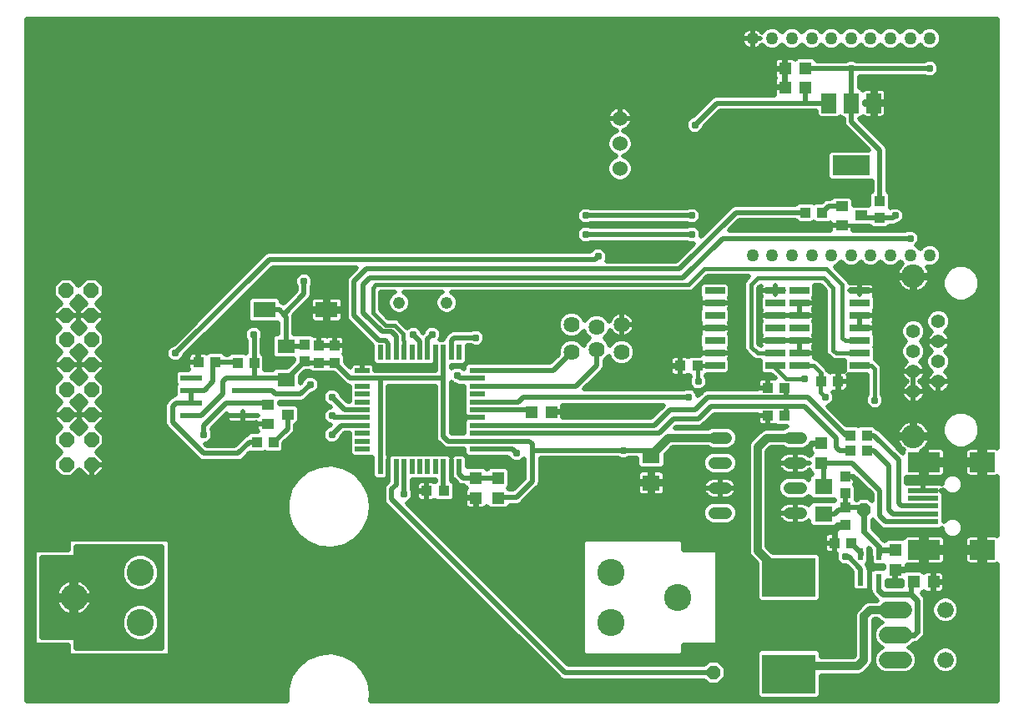
<source format=gtl>
G75*
G70*
%OFA0B0*%
%FSLAX24Y24*%
%IPPOS*%
%LPD*%
%AMOC8*
5,1,8,0,0,1.08239X$1,22.5*
%
%ADD10R,0.0591X0.0197*%
%ADD11R,0.0197X0.0591*%
%ADD12C,0.0480*%
%ADD13R,0.0984X0.0787*%
%ADD14R,0.1299X0.0787*%
%ADD15R,0.1220X0.0197*%
%ADD16R,0.0394X0.0433*%
%ADD17R,0.0217X0.0472*%
%ADD18C,0.0640*%
%ADD19R,0.0866X0.0236*%
%ADD20R,0.0413X0.0425*%
%ADD21R,0.0500X0.0394*%
%ADD22R,0.0433X0.0394*%
%ADD23R,0.0425X0.0413*%
%ADD24R,0.0709X0.0551*%
%ADD25R,0.0906X0.0630*%
%ADD26R,0.0512X0.0472*%
%ADD27R,0.0472X0.0512*%
%ADD28C,0.0500*%
%ADD29OC8,0.0591*%
%ADD30C,0.0600*%
%ADD31C,0.1080*%
%ADD32C,0.0650*%
%ADD33C,0.0660*%
%ADD34R,0.0709X0.0630*%
%ADD35R,0.0590X0.0790*%
%ADD36R,0.1500X0.0790*%
%ADD37C,0.0480*%
%ADD38R,0.2126X0.1575*%
%ADD39C,0.0560*%
%ADD40C,0.0945*%
%ADD41R,0.0800X0.0260*%
%ADD42C,0.0200*%
%ADD43OC8,0.0290*%
%ADD44C,0.0240*%
%ADD45C,0.0160*%
%ADD46OC8,0.0531*%
%ADD47C,0.0320*%
D10*
X014468Y014865D03*
X014468Y015180D03*
X014468Y015495D03*
X014468Y015810D03*
X014468Y016125D03*
X014468Y016440D03*
X014468Y016755D03*
X014468Y017070D03*
X014468Y017385D03*
X014468Y017700D03*
X014468Y018015D03*
X019035Y018015D03*
X019035Y017700D03*
X019035Y017385D03*
X019035Y017070D03*
X019035Y016755D03*
X019035Y016440D03*
X019035Y016125D03*
X019035Y015810D03*
X019035Y015495D03*
X019035Y015180D03*
X019035Y014865D03*
D11*
X018327Y014157D03*
X018012Y014157D03*
X017697Y014157D03*
X017382Y014157D03*
X017067Y014157D03*
X016752Y014157D03*
X016437Y014157D03*
X016122Y014157D03*
X015807Y014157D03*
X015492Y014157D03*
X015177Y014157D03*
X015177Y018724D03*
X015492Y018724D03*
X015807Y018724D03*
X016122Y018724D03*
X016437Y018724D03*
X016752Y018724D03*
X017067Y018724D03*
X017382Y018724D03*
X017697Y018724D03*
X018012Y018724D03*
X018327Y018724D03*
D12*
X017827Y020715D03*
X015927Y020715D03*
D13*
X039220Y014342D03*
X039220Y010838D03*
D14*
X036898Y010838D03*
X036898Y014342D03*
D15*
X036858Y013220D03*
X036858Y012905D03*
X036858Y012590D03*
X036858Y012275D03*
X036858Y011960D03*
D16*
X033971Y011118D03*
X033302Y011118D03*
X033942Y014790D03*
X033942Y015415D03*
X034611Y015415D03*
X034611Y014790D03*
X032834Y024315D03*
X032164Y024315D03*
X010911Y015128D03*
X010242Y015128D03*
X010146Y018312D03*
X009477Y018312D03*
D17*
X034350Y010674D03*
X035098Y010674D03*
X035098Y009651D03*
X034724Y009651D03*
X034350Y009651D03*
D18*
X024824Y018743D03*
X023824Y018843D03*
X022824Y018743D03*
X022824Y019843D03*
X023824Y019743D03*
X024824Y019843D03*
D19*
X009673Y017712D03*
X009673Y017212D03*
X009673Y016712D03*
X009673Y016212D03*
X007625Y016212D03*
X007625Y016712D03*
X007625Y017212D03*
X007625Y017712D03*
D20*
X007905Y018330D03*
X008593Y018330D03*
X017030Y013190D03*
X017718Y013190D03*
X027155Y018190D03*
X027843Y018190D03*
X032780Y017565D03*
X033468Y017565D03*
D21*
X033605Y023816D03*
X034393Y024190D03*
X033605Y024564D03*
X011470Y016253D03*
X010683Y016627D03*
X010683Y015879D03*
D22*
X012149Y018383D03*
X012149Y019053D03*
X030664Y017315D03*
X031334Y017315D03*
X031334Y016190D03*
X030664Y016190D03*
X033749Y013775D03*
X033749Y013106D03*
X035124Y024106D03*
X035124Y024775D03*
D23*
X033749Y012535D03*
X033749Y011846D03*
X013349Y018318D03*
X012724Y018318D03*
X012724Y019007D03*
X013349Y019007D03*
D24*
X011412Y018975D03*
X011412Y017636D03*
D25*
X010553Y020429D03*
X013033Y020429D03*
D26*
X018999Y013715D03*
X019874Y013715D03*
X019874Y012915D03*
X018999Y012915D03*
X032799Y014290D03*
X032799Y015090D03*
X035749Y010840D03*
X035749Y010040D03*
D27*
X036474Y009565D03*
X037274Y009565D03*
X022028Y016346D03*
X021228Y016346D03*
X031349Y029315D03*
X031349Y030065D03*
X032149Y030065D03*
X032149Y029315D03*
D28*
X032405Y031264D03*
X033192Y031264D03*
X033979Y031264D03*
X034767Y031264D03*
X035554Y031264D03*
X036342Y031264D03*
X037129Y031264D03*
X031617Y031264D03*
X030830Y031264D03*
X030042Y031264D03*
X030042Y022603D03*
X030830Y022603D03*
X031617Y022603D03*
X032405Y022603D03*
X033192Y022603D03*
X033979Y022603D03*
X034767Y022603D03*
X035554Y022603D03*
X036342Y022603D03*
X037129Y022603D03*
D29*
X003624Y021190D03*
X002624Y021190D03*
X002624Y020190D03*
X003624Y020190D03*
X003649Y019240D03*
X002649Y019240D03*
X002649Y018240D03*
X003649Y018240D03*
X003649Y017240D03*
X002649Y017240D03*
X002649Y016240D03*
X003649Y016240D03*
X003649Y015240D03*
X002649Y015240D03*
X002649Y014240D03*
X003649Y014240D03*
D30*
X024749Y026065D03*
X024749Y027065D03*
X024749Y028065D03*
D31*
X024401Y009944D03*
X024401Y007944D03*
X027057Y008944D03*
X005597Y009936D03*
X005597Y007936D03*
X002941Y008936D03*
D32*
X035424Y008440D02*
X036074Y008440D01*
X036074Y007440D02*
X035424Y007440D01*
X035424Y006440D02*
X036074Y006440D01*
D33*
X037749Y006440D03*
X037749Y008440D03*
D34*
X032874Y012264D03*
X032874Y013366D03*
X025999Y013514D03*
X025999Y014616D03*
D35*
X033089Y028680D03*
X033989Y028680D03*
X034889Y028680D03*
D36*
X033999Y026200D03*
D37*
X031989Y015315D02*
X031509Y015315D01*
X031509Y014315D02*
X031989Y014315D01*
X031989Y013315D02*
X031509Y013315D01*
X031509Y012315D02*
X031989Y012315D01*
X028989Y012315D02*
X028509Y012315D01*
X028509Y013315D02*
X028989Y013315D01*
X028989Y014315D02*
X028509Y014315D01*
X028509Y015315D02*
X028989Y015315D01*
D38*
X031499Y009744D03*
X031499Y005886D03*
D39*
X036468Y017160D03*
X037468Y017561D03*
X036468Y017963D03*
X036468Y018766D03*
X036468Y019569D03*
X037468Y019168D03*
X037468Y018364D03*
X037468Y019971D03*
D40*
X036468Y021764D03*
X036468Y015366D03*
D41*
X034334Y018190D03*
X034334Y018690D03*
X034334Y019190D03*
X034334Y019690D03*
X034334Y020190D03*
X034334Y020690D03*
X034334Y021190D03*
X031914Y021190D03*
X031914Y020690D03*
X031914Y020190D03*
X031914Y019690D03*
X031914Y019190D03*
X031914Y018690D03*
X031914Y018190D03*
X030959Y018190D03*
X030959Y018690D03*
X030959Y019190D03*
X030959Y019690D03*
X030959Y020190D03*
X030959Y020690D03*
X030959Y021190D03*
X028539Y021190D03*
X028539Y020690D03*
X028539Y020190D03*
X028539Y019690D03*
X028539Y019190D03*
X028539Y018690D03*
X028539Y018190D03*
D42*
X001059Y004793D02*
X001059Y032043D01*
X039809Y032043D01*
X039809Y014911D01*
X039790Y014922D01*
X039739Y014936D01*
X039317Y014936D01*
X039317Y014439D01*
X039124Y014439D01*
X039124Y014936D01*
X038702Y014936D01*
X038651Y014922D01*
X038605Y014896D01*
X038568Y014859D01*
X038542Y014813D01*
X038528Y014762D01*
X038528Y014439D01*
X039124Y014439D01*
X039124Y014245D01*
X039317Y014245D01*
X039317Y013749D01*
X039739Y013749D01*
X039790Y013762D01*
X039809Y013773D01*
X039809Y011407D01*
X039790Y011418D01*
X039739Y011432D01*
X039317Y011432D01*
X039317Y010935D01*
X039124Y010935D01*
X039124Y011432D01*
X038702Y011432D01*
X038651Y011418D01*
X038605Y011392D01*
X038568Y011355D01*
X038542Y011309D01*
X038528Y011258D01*
X038528Y010935D01*
X039124Y010935D01*
X039124Y010741D01*
X039317Y010741D01*
X039317Y010245D01*
X039739Y010245D01*
X039790Y010258D01*
X039809Y010269D01*
X039809Y004793D01*
X014783Y004793D01*
X014824Y005065D01*
X014748Y005566D01*
X014748Y005566D01*
X014529Y006023D01*
X014184Y006394D01*
X013745Y006648D01*
X013251Y006760D01*
X012746Y006723D01*
X012746Y006723D01*
X012274Y006537D01*
X011878Y006222D01*
X011878Y006222D01*
X011592Y005803D01*
X011443Y005319D01*
X011443Y004812D01*
X011449Y004793D01*
X001059Y004793D01*
X001059Y004955D02*
X011443Y004955D01*
X011443Y005153D02*
X001059Y005153D01*
X001059Y005352D02*
X011453Y005352D01*
X011514Y005550D02*
X001059Y005550D01*
X001059Y005749D02*
X011576Y005749D01*
X011592Y005803D02*
X011592Y005803D01*
X011691Y005947D02*
X001059Y005947D01*
X001059Y006146D02*
X011826Y006146D01*
X012032Y006344D02*
X001059Y006344D01*
X001059Y006543D02*
X012287Y006543D01*
X012274Y006537D02*
X012274Y006537D01*
X012994Y006741D02*
X006781Y006741D01*
X006781Y006688D02*
X006781Y011184D01*
X006699Y011266D01*
X006667Y011266D01*
X006663Y011270D01*
X002797Y011270D01*
X002715Y011188D01*
X002715Y011072D01*
X002715Y010830D01*
X001427Y010830D01*
X001345Y010748D01*
X001345Y007132D01*
X001427Y007050D01*
X001455Y007050D01*
X001459Y007046D01*
X002715Y007046D01*
X002715Y006692D01*
X002797Y006610D01*
X002825Y006610D01*
X002829Y006606D01*
X006699Y006606D01*
X006781Y006688D01*
X006781Y006940D02*
X021097Y006940D01*
X020898Y007138D02*
X006781Y007138D01*
X006781Y007337D02*
X020700Y007337D01*
X020501Y007535D02*
X006781Y007535D01*
X006781Y007734D02*
X020303Y007734D01*
X020104Y007932D02*
X006781Y007932D01*
X006781Y008131D02*
X019906Y008131D01*
X019707Y008329D02*
X006781Y008329D01*
X006781Y008528D02*
X019509Y008528D01*
X019310Y008726D02*
X006781Y008726D01*
X006781Y008925D02*
X019112Y008925D01*
X018913Y009123D02*
X006781Y009123D01*
X006781Y009322D02*
X018715Y009322D01*
X018516Y009520D02*
X006781Y009520D01*
X006781Y009719D02*
X018318Y009719D01*
X018119Y009917D02*
X006781Y009917D01*
X006781Y010116D02*
X017921Y010116D01*
X017722Y010314D02*
X006781Y010314D01*
X006781Y010513D02*
X017524Y010513D01*
X017325Y010711D02*
X006781Y010711D01*
X006781Y010910D02*
X012741Y010910D01*
X012746Y010908D02*
X012746Y010908D01*
X013251Y010870D01*
X013251Y010870D01*
X013745Y010983D01*
X013745Y010983D01*
X014184Y011236D01*
X014184Y011236D01*
X014184Y011236D01*
X014529Y011608D01*
X014748Y012064D01*
X014824Y012565D01*
X014748Y013066D01*
X014748Y013066D01*
X014529Y013523D01*
X014184Y013894D01*
X013745Y014148D01*
X013251Y014260D01*
X012746Y014223D01*
X012746Y014223D01*
X012274Y014037D01*
X011878Y013722D01*
X011878Y013722D01*
X011878Y013722D01*
X011592Y013303D01*
X011443Y012819D01*
X011443Y012312D01*
X011592Y011828D01*
X011878Y011409D01*
X012274Y011093D01*
X012274Y011093D01*
X012746Y010908D01*
X012255Y011108D02*
X006781Y011108D01*
X006465Y010986D02*
X006465Y006890D01*
X003027Y006890D01*
X003027Y007244D01*
X002945Y007326D01*
X002917Y007326D01*
X002913Y007330D01*
X001657Y007330D01*
X001657Y010546D01*
X002945Y010546D01*
X003027Y010628D01*
X003027Y010986D01*
X006465Y010986D01*
X006465Y010910D02*
X003027Y010910D01*
X003027Y010711D02*
X006465Y010711D01*
X006465Y010513D02*
X006096Y010513D01*
X006028Y010581D02*
X005749Y010696D01*
X005446Y010696D01*
X005167Y010581D01*
X004953Y010367D01*
X004837Y010087D01*
X004837Y009785D01*
X004953Y009506D01*
X005167Y009292D01*
X005446Y009176D01*
X005749Y009176D01*
X006028Y009292D01*
X006242Y009506D01*
X006357Y009785D01*
X006357Y010087D01*
X006242Y010367D01*
X006028Y010581D01*
X006263Y010314D02*
X006465Y010314D01*
X006465Y010116D02*
X006346Y010116D01*
X006357Y009917D02*
X006465Y009917D01*
X006465Y009719D02*
X006330Y009719D01*
X006248Y009520D02*
X006465Y009520D01*
X006465Y009322D02*
X006058Y009322D01*
X006465Y009123D02*
X003657Y009123D01*
X003668Y009081D02*
X003643Y009175D01*
X003606Y009264D01*
X003557Y009348D01*
X003498Y009425D01*
X003430Y009494D01*
X003353Y009553D01*
X003269Y009601D01*
X003179Y009639D01*
X003085Y009664D01*
X003021Y009672D01*
X003021Y009016D01*
X003677Y009016D01*
X003668Y009081D01*
X003677Y008856D02*
X003021Y008856D01*
X003021Y009016D01*
X002861Y009016D01*
X002861Y008856D01*
X003021Y008856D01*
X003021Y008200D01*
X003085Y008209D01*
X003179Y008234D01*
X003269Y008271D01*
X003353Y008320D01*
X003430Y008379D01*
X003498Y008447D01*
X003557Y008524D01*
X003606Y008608D01*
X003643Y008698D01*
X003668Y008792D01*
X003677Y008856D01*
X003651Y008726D02*
X006465Y008726D01*
X006465Y008528D02*
X006081Y008528D01*
X006028Y008581D02*
X005749Y008696D01*
X005446Y008696D01*
X005167Y008581D01*
X004953Y008367D01*
X004837Y008087D01*
X004837Y007785D01*
X004953Y007506D01*
X005167Y007292D01*
X005446Y007176D01*
X005749Y007176D01*
X006028Y007292D01*
X006242Y007506D01*
X006357Y007785D01*
X006357Y008087D01*
X006242Y008367D01*
X006028Y008581D01*
X006257Y008329D02*
X006465Y008329D01*
X006465Y008131D02*
X006340Y008131D01*
X006357Y007932D02*
X006465Y007932D01*
X006465Y007734D02*
X006336Y007734D01*
X006254Y007535D02*
X006465Y007535D01*
X006465Y007337D02*
X006073Y007337D01*
X006465Y007138D02*
X003027Y007138D01*
X003027Y006940D02*
X006465Y006940D01*
X005122Y007337D02*
X001657Y007337D01*
X001657Y007535D02*
X004941Y007535D01*
X004859Y007734D02*
X001657Y007734D01*
X001657Y007932D02*
X004837Y007932D01*
X004855Y008131D02*
X001657Y008131D01*
X001657Y008329D02*
X002516Y008329D01*
X002529Y008320D02*
X002613Y008271D01*
X002702Y008234D01*
X002796Y008209D01*
X002861Y008200D01*
X002861Y008856D01*
X002205Y008856D01*
X002213Y008792D01*
X002239Y008698D01*
X002276Y008608D01*
X002324Y008524D01*
X002383Y008447D01*
X002452Y008379D01*
X002529Y008320D01*
X002322Y008528D02*
X001657Y008528D01*
X001657Y008726D02*
X002231Y008726D01*
X002205Y009016D02*
X002861Y009016D01*
X002861Y009672D01*
X002796Y009664D01*
X002702Y009639D01*
X002613Y009601D01*
X002529Y009553D01*
X002452Y009494D01*
X002383Y009425D01*
X002324Y009348D01*
X002276Y009264D01*
X002239Y009175D01*
X002213Y009081D01*
X002205Y009016D01*
X002225Y009123D02*
X001657Y009123D01*
X001657Y008925D02*
X002861Y008925D01*
X003021Y008925D02*
X006465Y008925D01*
X005137Y009322D02*
X003573Y009322D01*
X003395Y009520D02*
X004947Y009520D01*
X004865Y009719D02*
X001657Y009719D01*
X001657Y009917D02*
X004837Y009917D01*
X004849Y010116D02*
X001657Y010116D01*
X001657Y010314D02*
X004931Y010314D01*
X005099Y010513D02*
X001657Y010513D01*
X001345Y010513D02*
X001059Y010513D01*
X001059Y010711D02*
X001345Y010711D01*
X001059Y010910D02*
X002715Y010910D01*
X002715Y011108D02*
X001059Y011108D01*
X001059Y011307D02*
X012006Y011307D01*
X011878Y011409D02*
X011878Y011409D01*
X011878Y011409D01*
X011812Y011505D02*
X001059Y011505D01*
X001059Y011704D02*
X011677Y011704D01*
X011592Y011828D02*
X011592Y011828D01*
X011569Y011902D02*
X001059Y011902D01*
X001059Y012101D02*
X011508Y012101D01*
X011447Y012299D02*
X001059Y012299D01*
X001059Y012498D02*
X011443Y012498D01*
X011443Y012696D02*
X001059Y012696D01*
X001059Y012895D02*
X011466Y012895D01*
X011528Y013093D02*
X001059Y013093D01*
X001059Y013292D02*
X011589Y013292D01*
X011592Y013303D02*
X011592Y013303D01*
X011720Y013490D02*
X001059Y013490D01*
X001059Y013689D02*
X011855Y013689D01*
X012086Y013887D02*
X003996Y013887D01*
X003854Y013745D02*
X004144Y014035D01*
X004144Y014240D01*
X003649Y014240D01*
X003649Y013745D01*
X003649Y014240D01*
X003649Y014240D01*
X003649Y014240D01*
X004144Y014240D01*
X004144Y014445D01*
X003864Y014726D01*
X004164Y015027D01*
X004164Y015454D01*
X003864Y015754D01*
X004144Y016035D01*
X004144Y016240D01*
X003649Y016240D01*
X003649Y016240D01*
X003154Y016240D01*
X003154Y016035D01*
X003434Y015754D01*
X003149Y015469D01*
X002864Y015754D01*
X003144Y016035D01*
X003144Y016240D01*
X002649Y016240D01*
X002154Y016240D01*
X002154Y016035D01*
X002434Y015754D01*
X002134Y015454D01*
X002134Y015027D01*
X002420Y014740D01*
X002134Y014454D01*
X002134Y014027D01*
X002436Y013725D01*
X002862Y013725D01*
X003163Y014026D01*
X003444Y013745D01*
X003649Y013745D01*
X003854Y013745D01*
X003649Y013887D02*
X003649Y013887D01*
X003649Y014086D02*
X003649Y014086D01*
X003302Y013887D02*
X003025Y013887D01*
X002273Y013887D02*
X001059Y013887D01*
X001059Y014086D02*
X002134Y014086D01*
X002134Y014284D02*
X001059Y014284D01*
X001059Y014483D02*
X002163Y014483D01*
X002361Y014681D02*
X001059Y014681D01*
X001059Y014880D02*
X002281Y014880D01*
X002134Y015078D02*
X001059Y015078D01*
X001059Y015277D02*
X002134Y015277D01*
X002155Y015475D02*
X001059Y015475D01*
X001059Y015674D02*
X002354Y015674D01*
X002317Y015872D02*
X001059Y015872D01*
X001059Y016071D02*
X002154Y016071D01*
X002154Y016240D02*
X002649Y016240D01*
X002649Y016240D01*
X002649Y016240D01*
X003144Y016240D01*
X003144Y016445D01*
X002864Y016726D01*
X003149Y017012D01*
X003434Y016726D01*
X003154Y016445D01*
X003154Y016240D01*
X003649Y016240D01*
X003649Y016240D01*
X004144Y016240D01*
X004144Y016445D01*
X003864Y016726D01*
X004164Y017027D01*
X004164Y017454D01*
X003864Y017754D01*
X004144Y018035D01*
X004144Y018240D01*
X003649Y018240D01*
X003649Y018240D01*
X003154Y018240D01*
X003154Y018035D01*
X003434Y017754D01*
X003149Y017469D01*
X002864Y017754D01*
X003144Y018035D01*
X003144Y018240D01*
X002649Y018240D01*
X002154Y018240D01*
X002154Y018035D01*
X002434Y017754D01*
X002134Y017454D01*
X002134Y017027D01*
X002434Y016726D01*
X002154Y016445D01*
X002154Y016240D01*
X002154Y016269D02*
X001059Y016269D01*
X001059Y016468D02*
X002176Y016468D01*
X002375Y016666D02*
X001059Y016666D01*
X001059Y016865D02*
X002296Y016865D01*
X002134Y017063D02*
X001059Y017063D01*
X001059Y017262D02*
X002134Y017262D01*
X002140Y017460D02*
X001059Y017460D01*
X001059Y017659D02*
X002339Y017659D01*
X002332Y017857D02*
X001059Y017857D01*
X001059Y018056D02*
X002154Y018056D01*
X002154Y018240D02*
X002649Y018240D01*
X002649Y018240D01*
X002649Y018240D01*
X003144Y018240D01*
X003144Y018445D01*
X002864Y018726D01*
X003149Y019012D01*
X003434Y018726D01*
X003154Y018445D01*
X003154Y018240D01*
X003649Y018240D01*
X003649Y018240D01*
X004144Y018240D01*
X004144Y018445D01*
X003864Y018726D01*
X004164Y019027D01*
X004164Y019454D01*
X003876Y019742D01*
X004119Y019985D01*
X004119Y020190D01*
X003624Y020190D01*
X003624Y020190D01*
X003129Y020190D01*
X003129Y019985D01*
X003397Y019717D01*
X003149Y019469D01*
X002876Y019742D01*
X003119Y019985D01*
X003119Y020190D01*
X002624Y020190D01*
X002129Y020190D01*
X002129Y019985D01*
X002397Y019717D01*
X002134Y019454D01*
X002134Y019027D01*
X002434Y018726D01*
X002154Y018445D01*
X002154Y018240D01*
X002154Y018254D02*
X001059Y018254D01*
X001059Y018453D02*
X002161Y018453D01*
X002360Y018651D02*
X001059Y018651D01*
X001059Y018850D02*
X002311Y018850D01*
X002134Y019048D02*
X001059Y019048D01*
X001059Y019247D02*
X002134Y019247D01*
X002134Y019445D02*
X001059Y019445D01*
X001059Y019644D02*
X002324Y019644D01*
X002272Y019842D02*
X001059Y019842D01*
X001059Y020041D02*
X002129Y020041D01*
X002129Y020190D02*
X002624Y020190D01*
X002624Y020190D01*
X002624Y020190D01*
X003119Y020190D01*
X003119Y020395D01*
X002839Y020676D01*
X003124Y020962D01*
X003409Y020676D01*
X003129Y020395D01*
X003129Y020190D01*
X003624Y020190D01*
X003624Y020190D01*
X004119Y020190D01*
X004119Y020395D01*
X003839Y020676D01*
X004139Y020977D01*
X004139Y021404D01*
X003837Y021706D01*
X003411Y021706D01*
X003124Y021419D01*
X002837Y021706D01*
X002411Y021706D01*
X002109Y021404D01*
X002109Y020977D01*
X002409Y020676D01*
X002129Y020395D01*
X002129Y020190D01*
X002129Y020239D02*
X001059Y020239D01*
X001059Y020438D02*
X002171Y020438D01*
X002370Y020636D02*
X001059Y020636D01*
X001059Y020835D02*
X002251Y020835D01*
X002109Y021033D02*
X001059Y021033D01*
X001059Y021232D02*
X002109Y021232D01*
X002135Y021430D02*
X001059Y021430D01*
X001059Y021629D02*
X002334Y021629D01*
X002914Y021629D02*
X003334Y021629D01*
X003135Y021430D02*
X003113Y021430D01*
X003914Y021629D02*
X009485Y021629D01*
X009683Y021827D02*
X001059Y021827D01*
X001059Y022026D02*
X009882Y022026D01*
X010080Y022224D02*
X001059Y022224D01*
X001059Y022423D02*
X010279Y022423D01*
X010477Y022621D02*
X001059Y022621D01*
X001059Y022820D02*
X023612Y022820D01*
X023553Y022760D02*
X023723Y022930D01*
X024025Y022930D01*
X024239Y022716D01*
X024239Y022414D01*
X024210Y022385D01*
X026991Y022385D01*
X027681Y023075D01*
X027473Y023075D01*
X027428Y023120D01*
X023570Y023120D01*
X023525Y023075D01*
X023223Y023075D01*
X023009Y023289D01*
X023009Y023591D01*
X023223Y023805D01*
X023525Y023805D01*
X023570Y023760D01*
X027428Y023760D01*
X027473Y023805D01*
X027775Y023805D01*
X027989Y023591D01*
X027989Y023383D01*
X029103Y024497D01*
X029193Y024587D01*
X029310Y024635D01*
X031760Y024635D01*
X031876Y024752D01*
X032452Y024752D01*
X032499Y024705D01*
X032546Y024752D01*
X032818Y024752D01*
X032901Y024836D01*
X033019Y024884D01*
X033167Y024884D01*
X033264Y024981D01*
X033946Y024981D01*
X034075Y024852D01*
X034075Y024607D01*
X034687Y024607D01*
X034687Y025063D01*
X034804Y025179D01*
X034804Y025585D01*
X033158Y025585D01*
X033029Y025714D01*
X033029Y026686D01*
X033158Y026815D01*
X034671Y026815D01*
X033818Y027669D01*
X033728Y027759D01*
X033679Y027877D01*
X033679Y028065D01*
X033603Y028065D01*
X033539Y028129D01*
X033475Y028065D01*
X032703Y028065D01*
X032574Y028194D01*
X032574Y028360D01*
X028747Y028360D01*
X028114Y027728D01*
X028114Y027664D01*
X027900Y027450D01*
X027598Y027450D01*
X027384Y027664D01*
X027384Y027966D01*
X027598Y028180D01*
X027661Y028180D01*
X028433Y028952D01*
X028550Y029000D01*
X030922Y029000D01*
X030913Y029033D01*
X030913Y029297D01*
X031331Y029297D01*
X031331Y029333D01*
X030913Y029333D01*
X030913Y029597D01*
X030926Y029648D01*
X030951Y029690D01*
X030926Y029732D01*
X030913Y029783D01*
X030913Y030047D01*
X031331Y030047D01*
X031367Y030047D01*
X031367Y029609D01*
X031367Y029333D01*
X031331Y029333D01*
X031331Y030047D01*
X031331Y030083D01*
X030913Y030083D01*
X030913Y030347D01*
X030926Y030398D01*
X030953Y030444D01*
X030990Y030481D01*
X031036Y030508D01*
X031086Y030521D01*
X031331Y030521D01*
X031331Y030083D01*
X031367Y030083D01*
X031367Y030521D01*
X031612Y030521D01*
X031662Y030508D01*
X031708Y030481D01*
X031735Y030454D01*
X031822Y030541D01*
X032476Y030541D01*
X032605Y030412D01*
X032605Y030385D01*
X033778Y030385D01*
X033823Y030430D01*
X034125Y030430D01*
X034170Y030385D01*
X036928Y030385D01*
X036973Y030430D01*
X037275Y030430D01*
X037489Y030216D01*
X037489Y029914D01*
X037275Y029700D01*
X036973Y029700D01*
X036928Y029745D01*
X034309Y029745D01*
X034309Y029295D01*
X034375Y029295D01*
X034453Y029217D01*
X034471Y029235D01*
X034517Y029262D01*
X034568Y029275D01*
X034842Y029275D01*
X034842Y028728D01*
X034937Y028728D01*
X035384Y028728D01*
X035384Y029102D01*
X035370Y029152D01*
X035344Y029198D01*
X035307Y029235D01*
X035261Y029262D01*
X035210Y029275D01*
X034937Y029275D01*
X034937Y028728D01*
X034937Y028633D01*
X035384Y028633D01*
X035384Y028259D01*
X035370Y028208D01*
X035344Y028162D01*
X035307Y028125D01*
X035261Y028099D01*
X035210Y028085D01*
X034937Y028085D01*
X034937Y028633D01*
X034842Y028633D01*
X034842Y028085D01*
X034568Y028085D01*
X034517Y028099D01*
X034471Y028125D01*
X034453Y028143D01*
X034375Y028065D01*
X034327Y028065D01*
X035395Y026997D01*
X035444Y026879D01*
X035444Y025179D01*
X035561Y025063D01*
X035561Y024518D01*
X035598Y024555D01*
X035900Y024555D01*
X036114Y024341D01*
X036114Y024039D01*
X035900Y023825D01*
X035824Y023825D01*
X035728Y023786D01*
X035529Y023786D01*
X035432Y023689D01*
X034816Y023689D01*
X034732Y023773D01*
X034055Y023773D01*
X034055Y023603D01*
X036145Y023603D01*
X036190Y023648D01*
X036493Y023648D01*
X036707Y023434D01*
X036707Y023132D01*
X036585Y023010D01*
X036608Y023001D01*
X036735Y022874D01*
X036863Y023001D01*
X037035Y023073D01*
X037222Y023073D01*
X037395Y023001D01*
X037527Y022869D01*
X037599Y022696D01*
X037599Y022509D01*
X037527Y022336D01*
X037395Y022204D01*
X037222Y022133D01*
X037035Y022133D01*
X037031Y022134D01*
X037073Y022062D01*
X037107Y021981D01*
X037129Y021896D01*
X037139Y021822D01*
X036526Y021822D01*
X036526Y021707D01*
X037139Y021707D01*
X037129Y021633D01*
X037107Y021547D01*
X037073Y021466D01*
X037029Y021390D01*
X036975Y021320D01*
X036913Y021257D01*
X036843Y021204D01*
X036767Y021160D01*
X036685Y021126D01*
X036600Y021103D01*
X036526Y021093D01*
X036526Y021707D01*
X036411Y021707D01*
X035798Y021707D01*
X035808Y021633D01*
X035830Y021547D01*
X035864Y021466D01*
X035908Y021390D01*
X035962Y021320D01*
X036024Y021257D01*
X036094Y021204D01*
X036170Y021160D01*
X036252Y021126D01*
X036337Y021103D01*
X036411Y021093D01*
X036411Y021707D01*
X036411Y021822D01*
X035798Y021822D01*
X035808Y021896D01*
X035830Y021981D01*
X035864Y022062D01*
X035908Y022138D01*
X035962Y022208D01*
X036016Y022263D01*
X035948Y022332D01*
X035820Y022204D01*
X035648Y022133D01*
X035461Y022133D01*
X035288Y022204D01*
X035160Y022332D01*
X035033Y022204D01*
X034860Y022133D01*
X034673Y022133D01*
X034500Y022204D01*
X034373Y022332D01*
X034246Y022204D01*
X034073Y022133D01*
X033886Y022133D01*
X033713Y022204D01*
X033586Y022332D01*
X033458Y022204D01*
X033335Y022153D01*
X033794Y021695D01*
X033878Y021610D01*
X033916Y021520D01*
X034334Y021520D01*
X034334Y021190D01*
X034334Y021040D01*
X034334Y021190D01*
X034334Y021190D01*
X034334Y021190D01*
X034934Y021190D01*
X034934Y021034D01*
X034920Y020983D01*
X034906Y020959D01*
X034954Y020911D01*
X034954Y020469D01*
X034906Y020422D01*
X034920Y020397D01*
X034934Y020347D01*
X034934Y020190D01*
X034334Y020190D01*
X034334Y019860D01*
X034334Y019690D01*
X034334Y019690D01*
X034934Y019690D01*
X034934Y019534D01*
X034920Y019483D01*
X034906Y019459D01*
X034954Y019411D01*
X034954Y018969D01*
X034925Y018940D01*
X034954Y018911D01*
X034954Y018469D01*
X034941Y018456D01*
X034969Y018445D01*
X035053Y018360D01*
X035178Y018235D01*
X035224Y018125D01*
X035224Y017031D01*
X035289Y016966D01*
X035289Y016664D01*
X035075Y016450D01*
X034773Y016450D01*
X034559Y016664D01*
X034559Y016966D01*
X034624Y017031D01*
X034624Y017840D01*
X033866Y017840D01*
X033875Y017804D01*
X033875Y017569D01*
X033472Y017569D01*
X033465Y017569D01*
X033465Y017978D01*
X033235Y017978D01*
X033185Y017964D01*
X033139Y017938D01*
X033138Y017937D01*
X033077Y017998D01*
X033068Y017998D01*
X033034Y018080D01*
X033003Y018110D01*
X033003Y018110D01*
X032919Y018195D01*
X032669Y018445D01*
X032559Y018490D01*
X032502Y018490D01*
X032514Y018534D01*
X032514Y018690D01*
X031914Y018690D01*
X031914Y018690D01*
X032514Y018690D01*
X032514Y018847D01*
X032500Y018897D01*
X032476Y018940D01*
X032500Y018983D01*
X032514Y019034D01*
X032514Y019190D01*
X031914Y019190D01*
X031914Y018860D01*
X031914Y018690D01*
X031914Y019190D01*
X031914Y019190D01*
X031314Y019190D01*
X030959Y019190D01*
X030959Y019190D01*
X030359Y019190D01*
X030359Y019034D01*
X030370Y018994D01*
X030299Y019065D01*
X030299Y021316D01*
X030370Y021387D01*
X030359Y021347D01*
X030359Y021190D01*
X030359Y021034D01*
X030373Y020983D01*
X030387Y020959D01*
X030339Y020911D01*
X030339Y020469D01*
X030387Y020422D01*
X030373Y020397D01*
X030359Y020347D01*
X030359Y020190D01*
X030359Y020034D01*
X030373Y019983D01*
X030387Y019959D01*
X030339Y019911D01*
X030339Y019469D01*
X030387Y019422D01*
X030373Y019397D01*
X030359Y019347D01*
X030359Y019190D01*
X030959Y019190D01*
X030959Y019190D01*
X031914Y019190D01*
X031914Y019190D01*
X031914Y019190D01*
X032514Y019190D01*
X032514Y019347D01*
X032500Y019397D01*
X032486Y019422D01*
X032534Y019469D01*
X032534Y019911D01*
X032486Y019959D01*
X032500Y019983D01*
X032514Y020034D01*
X032514Y020190D01*
X031914Y020190D01*
X031314Y020190D01*
X030959Y020190D01*
X030959Y020190D01*
X030359Y020190D01*
X030959Y020190D01*
X030959Y020190D01*
X031914Y020190D01*
X031914Y020190D01*
X031914Y020190D01*
X032514Y020190D01*
X032514Y020347D01*
X032500Y020397D01*
X032476Y020440D01*
X032500Y020483D01*
X032514Y020534D01*
X032514Y020690D01*
X031914Y020690D01*
X031914Y020360D01*
X031914Y020190D01*
X031914Y020690D01*
X031914Y020690D01*
X031914Y020690D01*
X032514Y020690D01*
X032514Y020847D01*
X032500Y020897D01*
X032486Y020922D01*
X032534Y020969D01*
X032534Y021390D01*
X032750Y021390D01*
X032949Y021191D01*
X032949Y018756D01*
X032995Y018645D01*
X033079Y018561D01*
X033204Y018436D01*
X033314Y018390D01*
X033714Y018390D01*
X033714Y017974D01*
X033702Y017978D01*
X033472Y017978D01*
X033472Y017569D01*
X033472Y017562D01*
X033875Y017562D01*
X033875Y017326D01*
X033862Y017275D01*
X033835Y017230D01*
X033798Y017193D01*
X033752Y017166D01*
X033702Y017153D01*
X033472Y017153D01*
X033472Y017562D01*
X033465Y017562D01*
X033465Y017153D01*
X033253Y017153D01*
X033314Y017091D01*
X033314Y016789D01*
X033100Y016575D01*
X033067Y016575D01*
X033790Y015852D01*
X034230Y015852D01*
X034277Y015805D01*
X034323Y015852D01*
X034899Y015852D01*
X035028Y015723D01*
X035028Y015708D01*
X035080Y015687D01*
X035170Y015597D01*
X036048Y014719D01*
X036048Y014762D01*
X036062Y014813D01*
X036069Y014826D01*
X036024Y014860D01*
X035962Y014922D01*
X035908Y014992D01*
X035864Y015068D01*
X035830Y015150D01*
X035808Y015235D01*
X035798Y015309D01*
X036411Y015309D01*
X036411Y015424D01*
X036411Y016037D01*
X036337Y016027D01*
X036252Y016005D01*
X036170Y015971D01*
X036094Y015927D01*
X036024Y015873D01*
X035962Y015811D01*
X035908Y015741D01*
X035864Y015664D01*
X035830Y015583D01*
X035808Y015498D01*
X035798Y015424D01*
X036411Y015424D01*
X036526Y015424D01*
X036526Y016037D01*
X036600Y016027D01*
X036685Y016005D01*
X036767Y015971D01*
X036843Y015927D01*
X036913Y015873D01*
X036975Y015811D01*
X037029Y015741D01*
X037073Y015664D01*
X037107Y015583D01*
X037129Y015498D01*
X037139Y015424D01*
X036526Y015424D01*
X036526Y015309D01*
X037139Y015309D01*
X037129Y015235D01*
X037107Y015150D01*
X037073Y015068D01*
X037029Y014992D01*
X036975Y014922D01*
X036913Y014860D01*
X036843Y014806D01*
X036801Y014782D01*
X036801Y014439D01*
X036994Y014439D01*
X036994Y014936D01*
X037573Y014936D01*
X037624Y014922D01*
X037670Y014896D01*
X037707Y014859D01*
X037734Y014813D01*
X037747Y014762D01*
X037747Y014439D01*
X036994Y014439D01*
X036994Y014245D01*
X036994Y013749D01*
X037573Y013749D01*
X037624Y013762D01*
X037670Y013788D01*
X037707Y013826D01*
X037734Y013871D01*
X037747Y013922D01*
X037747Y014245D01*
X036994Y014245D01*
X036801Y014245D01*
X036801Y013749D01*
X036222Y013749D01*
X036194Y013756D01*
X036194Y013511D01*
X036222Y013519D01*
X036858Y013519D01*
X036858Y013224D01*
X036858Y013224D01*
X036858Y013519D01*
X037495Y013519D01*
X037546Y013505D01*
X037591Y013479D01*
X037612Y013458D01*
X037612Y013541D01*
X037677Y013698D01*
X037797Y013819D01*
X037954Y013884D01*
X038124Y013884D01*
X038281Y013819D01*
X038401Y013698D01*
X038466Y013541D01*
X038466Y013371D01*
X038401Y013214D01*
X038281Y013094D01*
X038124Y013029D01*
X037954Y013029D01*
X037797Y013094D01*
X037677Y013214D01*
X037668Y013235D01*
X037668Y013220D01*
X037563Y013220D01*
X037563Y013220D01*
X037668Y013220D01*
X037668Y013115D01*
X037688Y013095D01*
X037688Y011977D01*
X037797Y012086D01*
X037954Y012151D01*
X038124Y012151D01*
X038281Y012086D01*
X038401Y011966D01*
X038466Y011809D01*
X038466Y011639D01*
X038401Y011482D01*
X038281Y011362D01*
X038124Y011297D01*
X037954Y011297D01*
X037797Y011362D01*
X037677Y011482D01*
X037612Y011639D01*
X037612Y011694D01*
X037560Y011642D01*
X036926Y011642D01*
X036922Y011640D01*
X035290Y011640D01*
X035173Y011689D01*
X034943Y011919D01*
X034853Y012009D01*
X034839Y012042D01*
X034839Y011706D01*
X035325Y011220D01*
X035402Y011296D01*
X036058Y011296D01*
X036062Y011309D01*
X036088Y011355D01*
X036125Y011392D01*
X036171Y011418D01*
X036222Y011432D01*
X036801Y011432D01*
X036801Y010935D01*
X036994Y010935D01*
X036994Y011432D01*
X037573Y011432D01*
X037624Y011418D01*
X037670Y011392D01*
X037707Y011355D01*
X037734Y011309D01*
X037747Y011258D01*
X037747Y010935D01*
X036994Y010935D01*
X036994Y010741D01*
X036994Y010245D01*
X037573Y010245D01*
X037624Y010258D01*
X037670Y010285D01*
X037707Y010322D01*
X037734Y010367D01*
X037747Y010418D01*
X037747Y010741D01*
X036994Y010741D01*
X036801Y010741D01*
X036801Y010245D01*
X036222Y010245D01*
X036205Y010249D01*
X036205Y010058D01*
X035767Y010058D01*
X035767Y010022D01*
X035767Y009604D01*
X036018Y009604D01*
X036018Y009405D01*
X035426Y009405D01*
X035426Y009615D01*
X035467Y009604D01*
X035731Y009604D01*
X035731Y010022D01*
X035767Y010022D01*
X036128Y010022D01*
X036147Y010041D01*
X036801Y010041D01*
X036888Y009954D01*
X036915Y009981D01*
X036961Y010008D01*
X037011Y010021D01*
X037256Y010021D01*
X037256Y009583D01*
X037292Y009583D01*
X037710Y009583D01*
X037710Y009847D01*
X037697Y009898D01*
X037670Y009944D01*
X037633Y009981D01*
X037587Y010008D01*
X037537Y010021D01*
X037292Y010021D01*
X037292Y009583D01*
X037292Y009547D01*
X037292Y009109D01*
X037537Y009109D01*
X037587Y009123D01*
X037633Y009149D01*
X037670Y009187D01*
X037697Y009232D01*
X037710Y009283D01*
X037710Y009547D01*
X037292Y009547D01*
X037256Y009547D01*
X037256Y009109D01*
X037011Y009109D01*
X036961Y009123D01*
X036915Y009149D01*
X036888Y009176D01*
X036816Y009104D01*
X036817Y009103D01*
X036912Y009008D01*
X036964Y008883D01*
X036964Y007498D01*
X036912Y007373D01*
X036787Y007248D01*
X036692Y007152D01*
X036567Y007100D01*
X036504Y007100D01*
X036382Y006978D01*
X036290Y006940D01*
X036382Y006902D01*
X036536Y006749D01*
X036619Y006549D01*
X036619Y006332D01*
X036536Y006132D01*
X036382Y005978D01*
X036182Y005895D01*
X035316Y005895D01*
X035116Y005978D01*
X034962Y006132D01*
X034879Y006332D01*
X034879Y006549D01*
X034962Y006749D01*
X035116Y006902D01*
X035208Y006940D01*
X035116Y006978D01*
X034962Y007132D01*
X034879Y007332D01*
X034879Y007549D01*
X034962Y007749D01*
X035116Y007902D01*
X035208Y007940D01*
X035116Y007978D01*
X035034Y008060D01*
X034906Y008060D01*
X034879Y008033D01*
X034879Y006365D01*
X034821Y006225D01*
X034571Y005975D01*
X034464Y005868D01*
X034325Y005810D01*
X032782Y005810D01*
X032782Y005008D01*
X032653Y004879D01*
X030345Y004879D01*
X030216Y005008D01*
X030216Y006765D01*
X030345Y006894D01*
X032653Y006894D01*
X032782Y006765D01*
X032782Y006570D01*
X034092Y006570D01*
X034119Y006598D01*
X034119Y008266D01*
X034177Y008405D01*
X034284Y008512D01*
X034284Y008512D01*
X034534Y008762D01*
X034673Y008820D01*
X035013Y008820D01*
X034961Y008873D01*
X034961Y008873D01*
X034810Y009024D01*
X034758Y009149D01*
X034758Y009214D01*
X034724Y009214D01*
X034724Y009651D01*
X034724Y010087D01*
X034670Y010087D01*
X034670Y010153D01*
X034621Y010271D01*
X034612Y010280D01*
X034678Y010347D01*
X034678Y010578D01*
X034690Y010607D01*
X034690Y010807D01*
X034678Y010835D01*
X034678Y010905D01*
X034758Y010825D01*
X034758Y010607D01*
X034770Y010578D01*
X034770Y010347D01*
X034899Y010218D01*
X035293Y010218D01*
X035293Y010107D01*
X034899Y010107D01*
X034874Y010083D01*
X034859Y010087D01*
X034724Y010087D01*
X034724Y009651D01*
X034724Y009651D01*
X034724Y009214D01*
X034589Y009214D01*
X034574Y009219D01*
X034549Y009194D01*
X034151Y009194D01*
X034022Y009323D01*
X034022Y009965D01*
X033786Y010200D01*
X033598Y010200D01*
X033384Y010414D01*
X033384Y010701D01*
X033302Y010701D01*
X033302Y011118D01*
X033302Y011118D01*
X033302Y011535D01*
X033366Y011535D01*
X033350Y011562D01*
X033336Y011613D01*
X033336Y011746D01*
X033319Y011729D01*
X032429Y011729D01*
X032300Y011858D01*
X032300Y012004D01*
X032276Y011980D01*
X032220Y011939D01*
X032158Y011907D01*
X032092Y011886D01*
X032024Y011875D01*
X031749Y011875D01*
X031749Y012315D01*
X031749Y012315D01*
X031749Y011875D01*
X031474Y011875D01*
X031406Y011886D01*
X031340Y011907D01*
X031278Y011939D01*
X031222Y011980D01*
X031173Y012029D01*
X031133Y012085D01*
X031101Y012146D01*
X031080Y012212D01*
X031069Y012281D01*
X031069Y012315D01*
X031749Y012315D01*
X031749Y012315D01*
X031069Y012315D01*
X031069Y012350D01*
X031080Y012418D01*
X031101Y012484D01*
X031133Y012546D01*
X031173Y012602D01*
X031222Y012651D01*
X031278Y012692D01*
X031340Y012723D01*
X031406Y012744D01*
X031474Y012755D01*
X031749Y012755D01*
X031749Y012315D01*
X031749Y012315D01*
X031749Y012755D01*
X032024Y012755D01*
X032092Y012744D01*
X032158Y012723D01*
X032220Y012692D01*
X032276Y012651D01*
X032300Y012627D01*
X032300Y012670D01*
X032429Y012799D01*
X033316Y012799D01*
X033316Y012814D01*
X033312Y012818D01*
X033312Y012831D01*
X032429Y012831D01*
X032300Y012960D01*
X032300Y012975D01*
X032250Y012925D01*
X032081Y012855D01*
X031418Y012855D01*
X031248Y012925D01*
X031119Y013055D01*
X031049Y013224D01*
X031049Y013407D01*
X031119Y013576D01*
X031248Y013705D01*
X031418Y013775D01*
X032081Y013775D01*
X032250Y013705D01*
X032300Y013655D01*
X032300Y013773D01*
X032407Y013879D01*
X032323Y013963D01*
X032323Y014027D01*
X032276Y013980D01*
X032220Y013939D01*
X032158Y013907D01*
X032092Y013886D01*
X032024Y013875D01*
X031749Y013875D01*
X031749Y014315D01*
X031749Y014315D01*
X031749Y013875D01*
X031474Y013875D01*
X031406Y013886D01*
X031340Y013907D01*
X031278Y013939D01*
X031222Y013980D01*
X031173Y014029D01*
X031133Y014085D01*
X031101Y014146D01*
X031080Y014212D01*
X031069Y014281D01*
X031069Y014315D01*
X031749Y014315D01*
X031749Y014315D01*
X031749Y014315D01*
X032323Y014315D01*
X032323Y014315D01*
X031749Y014315D01*
X031069Y014315D01*
X031069Y014350D01*
X031080Y014418D01*
X031101Y014484D01*
X031133Y014546D01*
X031173Y014602D01*
X031222Y014651D01*
X031278Y014692D01*
X031340Y014723D01*
X031406Y014744D01*
X031474Y014755D01*
X031749Y014755D01*
X031749Y014315D01*
X031749Y014315D01*
X031749Y014755D01*
X032024Y014755D01*
X032092Y014744D01*
X032158Y014723D01*
X032220Y014692D01*
X032276Y014651D01*
X032323Y014603D01*
X032323Y014618D01*
X032410Y014704D01*
X032383Y014731D01*
X032357Y014777D01*
X032343Y014828D01*
X032343Y015019D01*
X032250Y014925D01*
X032081Y014855D01*
X031418Y014855D01*
X031248Y014925D01*
X031238Y014935D01*
X030781Y014935D01*
X030629Y014783D01*
X030629Y010973D01*
X030850Y010752D01*
X032653Y010752D01*
X032782Y010623D01*
X032782Y008866D01*
X032653Y008737D01*
X030345Y008737D01*
X030216Y008866D01*
X030216Y010311D01*
X029927Y010600D01*
X029869Y010740D01*
X029869Y015016D01*
X029927Y015155D01*
X030034Y015262D01*
X030409Y015637D01*
X030548Y015695D01*
X031238Y015695D01*
X031248Y015705D01*
X031413Y015773D01*
X031026Y015773D01*
X030980Y015820D01*
X030958Y015807D01*
X030907Y015793D01*
X030664Y015793D01*
X030664Y016190D01*
X030248Y016190D01*
X030248Y015967D01*
X030261Y015916D01*
X030288Y015871D01*
X030325Y015833D01*
X030371Y015807D01*
X030421Y015793D01*
X030664Y015793D01*
X030664Y016190D01*
X030664Y016190D01*
X030664Y016190D01*
X030248Y016190D01*
X030248Y016245D01*
X028507Y016245D01*
X028055Y015794D01*
X027938Y015745D01*
X027007Y015745D01*
X026957Y015695D01*
X028238Y015695D01*
X028248Y015705D01*
X028418Y015775D01*
X029081Y015775D01*
X029250Y015705D01*
X029379Y015576D01*
X029449Y015407D01*
X029449Y015224D01*
X029379Y015055D01*
X029250Y014925D01*
X029081Y014855D01*
X028418Y014855D01*
X028248Y014925D01*
X028238Y014935D01*
X026855Y014935D01*
X026573Y014653D01*
X026573Y014210D01*
X026444Y014081D01*
X025554Y014081D01*
X025425Y014210D01*
X025425Y014495D01*
X025070Y014495D01*
X025025Y014450D01*
X024723Y014450D01*
X024678Y014495D01*
X021569Y014495D01*
X021569Y013502D01*
X021520Y013384D01*
X021430Y013294D01*
X021430Y013294D01*
X020895Y012759D01*
X020895Y012759D01*
X020805Y012669D01*
X020688Y012620D01*
X020350Y012620D01*
X020350Y012588D01*
X020221Y012459D01*
X019527Y012459D01*
X019420Y012566D01*
X019415Y012556D01*
X019378Y012519D01*
X019332Y012493D01*
X019281Y012479D01*
X019017Y012479D01*
X019017Y012897D01*
X018981Y012897D01*
X018981Y012479D01*
X018717Y012479D01*
X018666Y012493D01*
X018620Y012519D01*
X018583Y012556D01*
X018557Y012602D01*
X018543Y012653D01*
X018543Y012897D01*
X018981Y012897D01*
X018981Y012933D01*
X018543Y012933D01*
X018543Y013178D01*
X018557Y013229D01*
X018583Y013274D01*
X018610Y013301D01*
X018523Y013388D01*
X018523Y013395D01*
X018410Y013395D01*
X018293Y013444D01*
X018203Y013534D01*
X018075Y013661D01*
X018017Y013661D01*
X018017Y013623D01*
X018145Y013494D01*
X018145Y012887D01*
X018016Y012758D01*
X017421Y012758D01*
X017360Y012818D01*
X017359Y012818D01*
X017313Y012791D01*
X017263Y012778D01*
X017033Y012778D01*
X017033Y013187D01*
X017026Y013187D01*
X016623Y013187D01*
X016623Y012951D01*
X016636Y012900D01*
X016663Y012855D01*
X016700Y012818D01*
X016746Y012791D01*
X016796Y012778D01*
X017026Y012778D01*
X017026Y013187D01*
X017026Y013194D01*
X017026Y013603D01*
X016796Y013603D01*
X016746Y013589D01*
X016700Y013563D01*
X016663Y013526D01*
X016636Y013480D01*
X016623Y013429D01*
X016623Y013194D01*
X017026Y013194D01*
X017033Y013194D01*
X017033Y013603D01*
X017263Y013603D01*
X017313Y013589D01*
X017359Y013563D01*
X017360Y013562D01*
X017377Y013579D01*
X017377Y013641D01*
X016444Y013641D01*
X016444Y013261D01*
X016489Y013216D01*
X016489Y012914D01*
X016275Y012700D01*
X016242Y012700D01*
X022682Y006260D01*
X028132Y006260D01*
X028298Y006426D01*
X028700Y006426D01*
X028985Y006141D01*
X028985Y005739D01*
X028700Y005454D01*
X028298Y005454D01*
X028132Y005620D01*
X022485Y005620D01*
X022368Y005669D01*
X022278Y005759D01*
X015353Y012684D01*
X015304Y012802D01*
X015304Y013329D01*
X015353Y013447D01*
X015443Y013537D01*
X015487Y013581D01*
X015487Y013661D01*
X015387Y013661D01*
X015367Y013641D01*
X014987Y013641D01*
X014859Y013770D01*
X014859Y014089D01*
X014857Y014093D01*
X014857Y014549D01*
X014855Y014547D01*
X014082Y014547D01*
X013953Y014676D01*
X013953Y015490D01*
X013752Y015490D01*
X013614Y015353D01*
X013614Y015289D01*
X013400Y015075D01*
X013098Y015075D01*
X012884Y015289D01*
X012884Y015591D01*
X013098Y015805D01*
X013161Y015805D01*
X013181Y015825D01*
X013098Y015825D01*
X012884Y016039D01*
X012884Y016341D01*
X013098Y016555D01*
X013181Y016555D01*
X013161Y016575D01*
X013098Y016575D01*
X012884Y016789D01*
X012884Y017091D01*
X013098Y017305D01*
X013400Y017305D01*
X013614Y017091D01*
X013614Y017028D01*
X013882Y016760D01*
X013953Y016760D01*
X013953Y017380D01*
X013903Y017380D01*
X013786Y017429D01*
X013323Y017891D01*
X013045Y017891D01*
X013037Y017900D01*
X013028Y017891D01*
X012420Y017891D01*
X012345Y017966D01*
X012194Y017966D01*
X011986Y017758D01*
X011986Y017505D01*
X012009Y017528D01*
X012009Y017591D01*
X012223Y017805D01*
X012525Y017805D01*
X012739Y017591D01*
X012739Y017289D01*
X012525Y017075D01*
X012462Y017075D01*
X012180Y016794D01*
X012063Y016745D01*
X011153Y016745D01*
X011153Y016670D01*
X011812Y016670D01*
X011940Y016541D01*
X011940Y015965D01*
X011812Y015836D01*
X011790Y015836D01*
X011790Y015623D01*
X011742Y015506D01*
X011328Y015092D01*
X011328Y014820D01*
X011199Y014691D01*
X010623Y014691D01*
X010577Y014738D01*
X010530Y014691D01*
X009954Y014691D01*
X009953Y014692D01*
X009680Y014419D01*
X009563Y014370D01*
X008060Y014370D01*
X007943Y014419D01*
X007853Y014509D01*
X007853Y014509D01*
X006693Y015669D01*
X006603Y015759D01*
X006554Y015877D01*
X006554Y016629D01*
X006603Y016747D01*
X006750Y016894D01*
X006840Y016984D01*
X006958Y017032D01*
X006972Y017032D01*
X006972Y017422D01*
X007013Y017462D01*
X006972Y017503D01*
X006972Y017922D01*
X007101Y018051D01*
X007509Y018051D01*
X007498Y018092D01*
X007498Y018327D01*
X007901Y018327D01*
X007901Y018334D01*
X007901Y018743D01*
X007671Y018743D01*
X007621Y018729D01*
X007575Y018703D01*
X007538Y018666D01*
X007511Y018620D01*
X007498Y018569D01*
X007498Y018334D01*
X007901Y018334D01*
X007908Y018334D01*
X007908Y018743D01*
X008138Y018743D01*
X008188Y018729D01*
X008234Y018703D01*
X008235Y018702D01*
X008296Y018763D01*
X008891Y018763D01*
X009004Y018650D01*
X009090Y018650D01*
X009189Y018749D01*
X009765Y018749D01*
X009812Y018702D01*
X009826Y018717D01*
X009826Y019222D01*
X009759Y019289D01*
X009759Y019591D01*
X009973Y019805D01*
X010275Y019805D01*
X010489Y019591D01*
X010489Y019289D01*
X010466Y019266D01*
X010466Y018717D01*
X010563Y018620D01*
X010563Y018032D01*
X010867Y018032D01*
X010966Y018132D01*
X011455Y018132D01*
X011712Y018390D01*
X011712Y018479D01*
X010966Y018479D01*
X010837Y018608D01*
X010837Y019341D01*
X010966Y019470D01*
X011092Y019470D01*
X011092Y019894D01*
X010009Y019894D01*
X009880Y020023D01*
X009880Y020835D01*
X010009Y020964D01*
X011096Y020964D01*
X011225Y020835D01*
X011225Y020738D01*
X011309Y020703D01*
X011804Y021198D01*
X011804Y021369D01*
X011759Y021414D01*
X011759Y021716D01*
X011973Y021930D01*
X012275Y021930D01*
X012489Y021716D01*
X012489Y021414D01*
X012444Y021369D01*
X012444Y021002D01*
X012395Y020884D01*
X011730Y020219D01*
X011732Y020216D01*
X011732Y019470D01*
X011857Y019470D01*
X011858Y019469D01*
X012457Y019469D01*
X012512Y019414D01*
X012721Y019414D01*
X012721Y019010D01*
X012727Y019010D01*
X012727Y019414D01*
X012963Y019414D01*
X013014Y019400D01*
X013037Y019387D01*
X013059Y019400D01*
X013110Y019414D01*
X013346Y019414D01*
X013346Y019010D01*
X013352Y019010D01*
X013352Y019414D01*
X013588Y019414D01*
X013639Y019400D01*
X013684Y019374D01*
X013722Y019336D01*
X013748Y019291D01*
X013762Y019240D01*
X013762Y019010D01*
X013352Y019010D01*
X013352Y019004D01*
X013762Y019004D01*
X013762Y018774D01*
X013748Y018723D01*
X013722Y018677D01*
X013721Y018677D01*
X013782Y018616D01*
X013782Y018338D01*
X013974Y018145D01*
X013987Y018191D01*
X014013Y018236D01*
X014050Y018274D01*
X014096Y018300D01*
X014147Y018313D01*
X014468Y018313D01*
X014468Y018020D01*
X014468Y018020D01*
X014468Y018313D01*
X014790Y018313D01*
X014841Y018300D01*
X014886Y018274D01*
X014924Y018236D01*
X014950Y018191D01*
X014964Y018140D01*
X014964Y018020D01*
X017377Y018020D01*
X017377Y018228D01*
X017276Y018228D01*
X017256Y018208D01*
X014987Y018208D01*
X014859Y018337D01*
X014859Y019003D01*
X013943Y019919D01*
X013853Y020009D01*
X013804Y020127D01*
X013804Y021629D01*
X013853Y021747D01*
X014226Y022120D01*
X010882Y022120D01*
X007364Y018603D01*
X007364Y018539D01*
X007150Y018325D01*
X006848Y018325D01*
X006634Y018539D01*
X006634Y018841D01*
X006848Y019055D01*
X006911Y019055D01*
X010568Y022712D01*
X010685Y022760D01*
X023553Y022760D01*
X023874Y022565D02*
X023749Y022440D01*
X010749Y022440D01*
X006999Y018690D01*
X006720Y018453D02*
X004137Y018453D01*
X004144Y018254D02*
X007498Y018254D01*
X007507Y018056D02*
X004144Y018056D01*
X003966Y017857D02*
X006972Y017857D01*
X006972Y017659D02*
X003959Y017659D01*
X004158Y017460D02*
X007011Y017460D01*
X006972Y017262D02*
X004164Y017262D01*
X004164Y017063D02*
X006972Y017063D01*
X006721Y016865D02*
X004002Y016865D01*
X003923Y016666D02*
X006569Y016666D01*
X006554Y016468D02*
X004122Y016468D01*
X004144Y016269D02*
X006554Y016269D01*
X006554Y016071D02*
X004144Y016071D01*
X003981Y015872D02*
X006556Y015872D01*
X006688Y015674D02*
X003944Y015674D01*
X004143Y015475D02*
X006886Y015475D01*
X007085Y015277D02*
X004164Y015277D01*
X004164Y015078D02*
X007283Y015078D01*
X007482Y014880D02*
X004017Y014880D01*
X003908Y014681D02*
X007680Y014681D01*
X007879Y014483D02*
X004107Y014483D01*
X004144Y014284D02*
X014857Y014284D01*
X014859Y014086D02*
X013852Y014086D01*
X013745Y014148D02*
X013745Y014148D01*
X013251Y014260D02*
X013251Y014260D01*
X013953Y014681D02*
X009943Y014681D01*
X009744Y014483D02*
X014857Y014483D01*
X015177Y014157D02*
X015177Y017647D01*
X015124Y017700D01*
X017697Y017700D01*
X017697Y015368D01*
X017884Y015180D01*
X019035Y015180D01*
X021134Y015180D01*
X021249Y015065D01*
X021249Y014815D01*
X024874Y014815D01*
X025675Y014815D01*
X025999Y014616D01*
X026050Y014616D01*
X026573Y014483D02*
X028080Y014483D01*
X028049Y014407D02*
X028049Y014224D01*
X028119Y014055D01*
X028248Y013925D01*
X028418Y013855D01*
X029081Y013855D01*
X029250Y013925D01*
X029379Y014055D01*
X029449Y014224D01*
X029449Y014407D01*
X029379Y014576D01*
X029250Y014705D01*
X029081Y014775D01*
X028418Y014775D01*
X028248Y014705D01*
X028119Y014576D01*
X028049Y014407D01*
X028049Y014284D02*
X026573Y014284D01*
X026449Y014086D02*
X028106Y014086D01*
X028340Y013887D02*
X026545Y013887D01*
X026540Y013906D02*
X026513Y013952D01*
X026476Y013989D01*
X026431Y014015D01*
X026380Y014029D01*
X026056Y014029D01*
X026056Y013572D01*
X025942Y013572D01*
X025942Y014029D01*
X025618Y014029D01*
X025567Y014015D01*
X025522Y013989D01*
X025485Y013952D01*
X025458Y013906D01*
X025445Y013855D01*
X025445Y013572D01*
X025942Y013572D01*
X025942Y013457D01*
X026056Y013457D01*
X026056Y012999D01*
X026380Y012999D01*
X026431Y013013D01*
X026476Y013039D01*
X026513Y013076D01*
X026540Y013122D01*
X026553Y013173D01*
X026553Y013457D01*
X026056Y013457D01*
X026056Y013572D01*
X026553Y013572D01*
X026553Y013855D01*
X026540Y013906D01*
X026553Y013689D02*
X028275Y013689D01*
X028278Y013692D02*
X028222Y013651D01*
X028173Y013602D01*
X028133Y013546D01*
X028101Y013484D01*
X028080Y013418D01*
X028069Y013350D01*
X028069Y013315D01*
X028069Y013281D01*
X028080Y013212D01*
X028101Y013146D01*
X028133Y013085D01*
X028173Y013029D01*
X028222Y012980D01*
X028278Y012939D01*
X028340Y012907D01*
X028406Y012886D01*
X028474Y012875D01*
X028749Y012875D01*
X029024Y012875D01*
X029092Y012886D01*
X029158Y012907D01*
X029220Y012939D01*
X029276Y012980D01*
X029325Y013029D01*
X029365Y013085D01*
X029397Y013146D01*
X029418Y013212D01*
X029429Y013281D01*
X029429Y013315D01*
X028749Y013315D01*
X028749Y012875D01*
X028749Y013315D01*
X028749Y013315D01*
X028749Y013315D01*
X028069Y013315D01*
X028749Y013315D01*
X028749Y013315D01*
X029429Y013315D01*
X029429Y013350D01*
X029418Y013418D01*
X029397Y013484D01*
X029365Y013546D01*
X029325Y013602D01*
X029276Y013651D01*
X029220Y013692D01*
X029158Y013723D01*
X029092Y013744D01*
X029024Y013755D01*
X028749Y013755D01*
X028474Y013755D01*
X028406Y013744D01*
X028340Y013723D01*
X028278Y013692D01*
X028104Y013490D02*
X026056Y013490D01*
X025942Y013490D02*
X021564Y013490D01*
X021569Y013689D02*
X025445Y013689D01*
X025453Y013887D02*
X021569Y013887D01*
X021569Y014086D02*
X025549Y014086D01*
X025425Y014284D02*
X021569Y014284D01*
X021569Y014483D02*
X024690Y014483D01*
X025058Y014483D02*
X025425Y014483D01*
X025942Y013887D02*
X026056Y013887D01*
X026056Y013689D02*
X025942Y013689D01*
X025942Y013457D02*
X025445Y013457D01*
X025445Y013173D01*
X025458Y013122D01*
X025485Y013076D01*
X025522Y013039D01*
X025567Y013013D01*
X025618Y012999D01*
X025942Y012999D01*
X025942Y013457D01*
X025942Y013292D02*
X026056Y013292D01*
X026056Y013093D02*
X025942Y013093D01*
X025475Y013093D02*
X021230Y013093D01*
X021428Y013292D02*
X025445Y013292D01*
X026523Y013093D02*
X028128Y013093D01*
X028069Y013292D02*
X026553Y013292D01*
X028119Y012576D02*
X028049Y012407D01*
X028049Y012224D01*
X028119Y012055D01*
X028248Y011925D01*
X028418Y011855D01*
X029081Y011855D01*
X029250Y011925D01*
X029379Y012055D01*
X029449Y012224D01*
X029449Y012407D01*
X029379Y012576D01*
X029250Y012705D01*
X029081Y012775D01*
X028418Y012775D01*
X028248Y012705D01*
X028119Y012576D01*
X028087Y012498D02*
X020260Y012498D01*
X019874Y012915D02*
X019899Y012940D01*
X020624Y012940D01*
X021249Y013565D01*
X021249Y014815D01*
X020929Y014479D02*
X020929Y013698D01*
X020491Y013260D01*
X020332Y013260D01*
X020277Y013315D01*
X020350Y013388D01*
X020350Y014043D01*
X020221Y014171D01*
X019527Y014171D01*
X019437Y014081D01*
X019346Y014171D01*
X018652Y014171D01*
X018647Y014166D01*
X018647Y014220D01*
X018645Y014224D01*
X018645Y014543D01*
X018516Y014672D01*
X018137Y014672D01*
X018117Y014652D01*
X018012Y014652D01*
X018012Y014547D01*
X018012Y014547D01*
X018012Y014652D01*
X017906Y014652D01*
X017886Y014672D01*
X015617Y014672D01*
X015597Y014652D01*
X015497Y014652D01*
X015497Y017380D01*
X017377Y017380D01*
X017377Y015304D01*
X017425Y015186D01*
X017515Y015096D01*
X017703Y014909D01*
X017820Y014860D01*
X018520Y014860D01*
X018520Y014676D01*
X018649Y014547D01*
X018968Y014547D01*
X018972Y014545D01*
X020259Y014545D01*
X020259Y014539D01*
X020473Y014325D01*
X020775Y014325D01*
X020929Y014479D01*
X020929Y014284D02*
X018645Y014284D01*
X018645Y014483D02*
X020315Y014483D01*
X020624Y014690D02*
X020449Y014865D01*
X019035Y014865D01*
X018520Y014681D02*
X015497Y014681D01*
X015497Y014880D02*
X017773Y014880D01*
X017533Y015078D02*
X015497Y015078D01*
X015497Y015277D02*
X017388Y015277D01*
X017377Y015475D02*
X015497Y015475D01*
X015497Y015674D02*
X017377Y015674D01*
X017377Y015872D02*
X015497Y015872D01*
X015497Y016071D02*
X017377Y016071D01*
X017377Y016269D02*
X015497Y016269D01*
X015497Y016468D02*
X017377Y016468D01*
X017377Y016666D02*
X015497Y016666D01*
X015497Y016865D02*
X017377Y016865D01*
X017377Y017063D02*
X015497Y017063D01*
X015497Y017262D02*
X017377Y017262D01*
X017697Y017700D02*
X017697Y018724D01*
X018012Y018724D02*
X018012Y019203D01*
X018124Y019315D01*
X018999Y019315D01*
X019248Y019048D02*
X022366Y019048D01*
X022366Y019049D02*
X022284Y018850D01*
X018645Y018850D01*
X018645Y018995D02*
X018645Y018337D01*
X018516Y018208D01*
X018017Y018208D01*
X018017Y018099D01*
X018098Y018180D01*
X018400Y018180D01*
X018520Y018060D01*
X018520Y018205D01*
X018649Y018333D01*
X018968Y018333D01*
X018972Y018335D01*
X021964Y018335D01*
X022284Y018656D01*
X022284Y018850D01*
X022280Y018651D02*
X018645Y018651D01*
X018645Y018453D02*
X022081Y018453D01*
X022096Y018015D02*
X022824Y018743D01*
X022629Y019247D02*
X019364Y019247D01*
X019364Y019164D02*
X019364Y019466D01*
X019150Y019680D01*
X018848Y019680D01*
X018803Y019635D01*
X018060Y019635D01*
X017943Y019587D01*
X017853Y019497D01*
X017740Y019384D01*
X017692Y019266D01*
X017692Y019239D01*
X017564Y019239D01*
X017614Y019289D01*
X017614Y019591D01*
X017400Y019805D01*
X017098Y019805D01*
X016884Y019591D01*
X016884Y019528D01*
X016874Y019518D01*
X016864Y019528D01*
X016864Y019591D01*
X016650Y019805D01*
X016348Y019805D01*
X016259Y019717D01*
X015991Y019985D01*
X015906Y020070D01*
X015796Y020115D01*
X015498Y020115D01*
X015174Y020440D01*
X015174Y021140D01*
X015751Y021140D01*
X015666Y021105D01*
X015537Y020976D01*
X015467Y020807D01*
X015467Y020624D01*
X015537Y020455D01*
X015666Y020325D01*
X015835Y020255D01*
X016018Y020255D01*
X016187Y020325D01*
X016317Y020455D01*
X016387Y020624D01*
X016387Y020807D01*
X016317Y020976D01*
X016187Y021105D01*
X016103Y021140D01*
X017651Y021140D01*
X017566Y021105D01*
X017437Y020976D01*
X017367Y020807D01*
X017367Y020624D01*
X017437Y020455D01*
X017566Y020325D01*
X017735Y020255D01*
X017918Y020255D01*
X018087Y020325D01*
X018217Y020455D01*
X018287Y020624D01*
X018287Y020807D01*
X018217Y020976D01*
X018087Y021105D01*
X018003Y021140D01*
X027559Y021140D01*
X027669Y021186D01*
X028248Y021765D01*
X029900Y021765D01*
X029829Y021695D01*
X029745Y021610D01*
X029699Y021500D01*
X029699Y018881D01*
X029745Y018770D01*
X029995Y018520D01*
X030079Y018436D01*
X030189Y018390D01*
X030339Y018390D01*
X030339Y017969D01*
X030468Y017840D01*
X030800Y017840D01*
X030935Y017705D01*
X030907Y017712D01*
X030664Y017712D01*
X030421Y017712D01*
X030371Y017698D01*
X030325Y017672D01*
X030288Y017635D01*
X030261Y017589D01*
X030248Y017538D01*
X030248Y017315D01*
X030248Y017260D01*
X028185Y017260D01*
X028068Y017212D01*
X027978Y017122D01*
X027864Y017008D01*
X027864Y017091D01*
X027755Y017200D01*
X028025Y017200D01*
X028239Y017414D01*
X028239Y017716D01*
X028170Y017786D01*
X028224Y017840D01*
X029030Y017840D01*
X029159Y017969D01*
X029159Y018411D01*
X029111Y018459D01*
X029125Y018483D01*
X029139Y018534D01*
X029139Y018690D01*
X028539Y018690D01*
X027939Y018690D01*
X027939Y018623D01*
X027546Y018623D01*
X027485Y018562D01*
X027484Y018563D01*
X027438Y018589D01*
X027388Y018603D01*
X027158Y018603D01*
X027158Y018194D01*
X027151Y018194D01*
X027151Y018603D01*
X026921Y018603D01*
X026871Y018589D01*
X026825Y018563D01*
X026788Y018526D01*
X026761Y018480D01*
X026748Y018429D01*
X026748Y018194D01*
X027151Y018194D01*
X027151Y018187D01*
X026748Y018187D01*
X026748Y017951D01*
X026761Y017900D01*
X026788Y017855D01*
X026825Y017818D01*
X026871Y017791D01*
X026921Y017778D01*
X027151Y017778D01*
X027151Y018187D01*
X027158Y018187D01*
X027158Y017778D01*
X027388Y017778D01*
X027438Y017791D01*
X027484Y017818D01*
X027485Y017818D01*
X027543Y017760D01*
X027543Y017751D01*
X027509Y017716D01*
X027509Y017414D01*
X027618Y017305D01*
X027348Y017305D01*
X027303Y017260D01*
X023322Y017260D01*
X024005Y017944D01*
X024095Y018034D01*
X024144Y018152D01*
X024144Y018399D01*
X024282Y018537D01*
X024303Y018589D01*
X024366Y018437D01*
X024518Y018285D01*
X024717Y018203D01*
X024931Y018203D01*
X025130Y018285D01*
X025282Y018437D01*
X025364Y018636D01*
X025364Y018850D01*
X027940Y018850D01*
X027939Y018847D02*
X027939Y018690D01*
X028539Y018690D01*
X028539Y018690D01*
X028539Y018690D01*
X029139Y018690D01*
X029139Y018847D01*
X029125Y018897D01*
X029111Y018922D01*
X029159Y018969D01*
X029159Y019411D01*
X029111Y019459D01*
X029125Y019483D01*
X029139Y019534D01*
X029139Y019690D01*
X028539Y019690D01*
X027939Y019690D01*
X027939Y019534D01*
X027953Y019483D01*
X027967Y019459D01*
X027919Y019411D01*
X027919Y018969D01*
X027967Y018922D01*
X027953Y018897D01*
X027939Y018847D01*
X027939Y018651D02*
X025364Y018651D01*
X025364Y018850D02*
X025282Y019049D01*
X025130Y019201D01*
X024931Y019283D01*
X024717Y019283D01*
X024518Y019201D01*
X024366Y019049D01*
X024345Y018997D01*
X024282Y019149D01*
X024138Y019293D01*
X024282Y019437D01*
X024356Y019616D01*
X024379Y019570D01*
X024427Y019504D01*
X024485Y019446D01*
X024551Y019398D01*
X024624Y019361D01*
X024702Y019336D01*
X024783Y019323D01*
X024824Y019323D01*
X024824Y019843D01*
X024824Y020363D01*
X024783Y020363D01*
X024702Y020350D01*
X024624Y020325D01*
X024551Y020288D01*
X024485Y020240D01*
X024427Y020182D01*
X024379Y020116D01*
X024342Y020043D01*
X024317Y019965D01*
X024317Y019964D01*
X024282Y020049D01*
X024130Y020201D01*
X023931Y020283D01*
X023717Y020283D01*
X023518Y020201D01*
X023366Y020049D01*
X023345Y019997D01*
X023282Y020149D01*
X023130Y020301D01*
X022931Y020383D01*
X022717Y020383D01*
X022518Y020301D01*
X022366Y020149D01*
X022284Y019950D01*
X022284Y019736D01*
X022366Y019537D01*
X022518Y019385D01*
X022717Y019303D01*
X022931Y019303D01*
X023130Y019385D01*
X023282Y019537D01*
X023303Y019589D01*
X023366Y019437D01*
X023510Y019293D01*
X023366Y019149D01*
X023303Y018997D01*
X023282Y019049D01*
X023130Y019201D01*
X022931Y019283D01*
X022717Y019283D01*
X022518Y019201D01*
X022366Y019049D01*
X022458Y019445D02*
X019364Y019445D01*
X019187Y019644D02*
X022322Y019644D01*
X022284Y019842D02*
X016134Y019842D01*
X015935Y020041D02*
X022321Y020041D01*
X022457Y020239D02*
X015374Y020239D01*
X015554Y020438D02*
X015176Y020438D01*
X015174Y020636D02*
X015467Y020636D01*
X015478Y020835D02*
X015174Y020835D01*
X015174Y021033D02*
X015594Y021033D01*
X016259Y021033D02*
X017494Y021033D01*
X017378Y020835D02*
X016375Y020835D01*
X016387Y020636D02*
X017367Y020636D01*
X017454Y020438D02*
X016300Y020438D01*
X016812Y019644D02*
X016936Y019644D01*
X017249Y019440D02*
X017067Y019258D01*
X017067Y018724D01*
X017382Y018724D02*
X017382Y018198D01*
X017374Y018190D01*
X017377Y018056D02*
X014964Y018056D01*
X014942Y018254D02*
X014906Y018254D01*
X014859Y018453D02*
X013782Y018453D01*
X013746Y018651D02*
X014859Y018651D01*
X014859Y018850D02*
X013762Y018850D01*
X013762Y019048D02*
X014813Y019048D01*
X014615Y019247D02*
X013760Y019247D01*
X013352Y019247D02*
X013346Y019247D01*
X013346Y019048D02*
X013352Y019048D01*
X013346Y019010D02*
X013346Y019004D01*
X012936Y019004D01*
X012727Y019004D01*
X012727Y019010D01*
X013346Y019010D01*
X012727Y019048D02*
X012721Y019048D01*
X012721Y019247D02*
X012727Y019247D01*
X012481Y019445D02*
X014416Y019445D01*
X014218Y019644D02*
X011732Y019644D01*
X011732Y019842D02*
X014019Y019842D01*
X013840Y020041D02*
X013673Y020041D01*
X013672Y020037D02*
X013686Y020088D01*
X013686Y020372D01*
X013090Y020372D01*
X013090Y020486D01*
X013686Y020486D01*
X013686Y020770D01*
X013672Y020821D01*
X013646Y020867D01*
X013608Y020904D01*
X013563Y020930D01*
X013512Y020944D01*
X013090Y020944D01*
X013090Y020486D01*
X012975Y020486D01*
X012975Y020372D01*
X012380Y020372D01*
X012380Y020088D01*
X012394Y020037D01*
X012420Y019991D01*
X012457Y019954D01*
X012503Y019928D01*
X012554Y019914D01*
X012975Y019914D01*
X012975Y020371D01*
X013090Y020371D01*
X013090Y019914D01*
X013512Y019914D01*
X013563Y019928D01*
X013608Y019954D01*
X013646Y019991D01*
X013672Y020037D01*
X013686Y020239D02*
X013804Y020239D01*
X013804Y020438D02*
X013090Y020438D01*
X012975Y020438D02*
X011949Y020438D01*
X012148Y020636D02*
X012380Y020636D01*
X012380Y020770D02*
X012380Y020486D01*
X012975Y020486D01*
X012975Y020944D01*
X012554Y020944D01*
X012503Y020930D01*
X012457Y020904D01*
X012420Y020867D01*
X012394Y020821D01*
X012380Y020770D01*
X012402Y020835D02*
X012346Y020835D01*
X012444Y021033D02*
X013804Y021033D01*
X013804Y020835D02*
X013664Y020835D01*
X013686Y020636D02*
X013804Y020636D01*
X013804Y021232D02*
X012444Y021232D01*
X012489Y021430D02*
X013804Y021430D01*
X013804Y021629D02*
X012489Y021629D01*
X012378Y021827D02*
X013933Y021827D01*
X014132Y022026D02*
X010787Y022026D01*
X010589Y021827D02*
X011870Y021827D01*
X011759Y021629D02*
X010390Y021629D01*
X010192Y021430D02*
X011759Y021430D01*
X011804Y021232D02*
X009993Y021232D01*
X009795Y021033D02*
X011639Y021033D01*
X011441Y020835D02*
X011225Y020835D01*
X011135Y020429D02*
X010553Y020429D01*
X011135Y020429D02*
X011312Y020253D01*
X012124Y021065D01*
X012124Y021565D01*
X012975Y020835D02*
X013090Y020835D01*
X013090Y020636D02*
X012975Y020636D01*
X012975Y020239D02*
X013090Y020239D01*
X013090Y020041D02*
X012975Y020041D01*
X012393Y020041D02*
X011732Y020041D01*
X011751Y020239D02*
X012380Y020239D01*
X011412Y020153D02*
X011312Y020253D01*
X011412Y020153D02*
X011412Y018975D01*
X012071Y018975D01*
X012149Y019053D01*
X012149Y018383D02*
X012214Y018318D01*
X012724Y018318D01*
X013349Y018318D01*
X013967Y017700D01*
X014468Y017700D01*
X015124Y017700D01*
X014468Y018056D02*
X014468Y018056D01*
X014468Y018254D02*
X014468Y018254D01*
X014031Y018254D02*
X013865Y018254D01*
X013357Y017857D02*
X012085Y017857D01*
X012076Y017659D02*
X011986Y017659D01*
X012374Y017440D02*
X011999Y017065D01*
X010999Y017065D01*
X010852Y017212D01*
X009673Y017212D01*
X009673Y016712D02*
X009021Y016712D01*
X008124Y015815D01*
X008124Y015440D01*
X008489Y015475D02*
X009865Y015475D01*
X009825Y015435D02*
X009825Y015428D01*
X009755Y015399D01*
X009665Y015309D01*
X009366Y015010D01*
X008257Y015010D01*
X008192Y015075D01*
X008275Y015075D01*
X008489Y015289D01*
X008489Y015591D01*
X008444Y015636D01*
X008444Y015683D01*
X009040Y016278D01*
X009040Y016212D01*
X009040Y016068D01*
X009053Y016017D01*
X009080Y015972D01*
X009117Y015934D01*
X009162Y015908D01*
X009213Y015894D01*
X009673Y015894D01*
X010132Y015894D01*
X010183Y015908D01*
X010229Y015934D01*
X010233Y015939D01*
X010233Y015879D01*
X010683Y015879D01*
X010683Y015879D01*
X010233Y015879D01*
X010233Y015656D01*
X010247Y015605D01*
X010270Y015564D01*
X009954Y015564D01*
X009825Y015435D01*
X009633Y015277D02*
X008477Y015277D01*
X008278Y015078D02*
X009434Y015078D01*
X009499Y014690D02*
X009937Y015128D01*
X010242Y015128D01*
X010233Y015674D02*
X008444Y015674D01*
X008634Y015872D02*
X010233Y015872D01*
X010287Y016212D02*
X009673Y016212D01*
X009673Y016212D01*
X009673Y015894D01*
X009673Y016212D01*
X009673Y016212D01*
X010287Y016212D01*
X010287Y016212D01*
X009673Y016212D02*
X009673Y016374D01*
X009673Y016374D01*
X009673Y016212D01*
X009040Y016212D01*
X009673Y016212D01*
X009673Y016212D01*
X009673Y016212D01*
X009673Y016269D02*
X009673Y016269D01*
X009673Y016071D02*
X009673Y016071D01*
X009040Y016071D02*
X008832Y016071D01*
X009031Y016269D02*
X009040Y016269D01*
X009673Y016712D02*
X010683Y016712D01*
X010683Y016627D01*
X011470Y016253D02*
X011470Y015687D01*
X010911Y015128D01*
X011328Y015078D02*
X013095Y015078D01*
X012896Y015277D02*
X011513Y015277D01*
X011711Y015475D02*
X012884Y015475D01*
X012966Y015674D02*
X011790Y015674D01*
X011848Y015872D02*
X013051Y015872D01*
X012884Y016071D02*
X011940Y016071D01*
X011940Y016269D02*
X012884Y016269D01*
X013010Y016468D02*
X011940Y016468D01*
X011815Y016666D02*
X013007Y016666D01*
X012884Y016865D02*
X012251Y016865D01*
X012450Y017063D02*
X012884Y017063D01*
X013054Y017262D02*
X012712Y017262D01*
X012739Y017460D02*
X013754Y017460D01*
X013556Y017659D02*
X012672Y017659D01*
X013444Y017262D02*
X013953Y017262D01*
X013953Y017063D02*
X013614Y017063D01*
X013777Y016865D02*
X013953Y016865D01*
X013749Y016440D02*
X014468Y016440D01*
X014468Y016125D02*
X013314Y016125D01*
X013249Y016190D01*
X013619Y015810D02*
X014468Y015810D01*
X013953Y015475D02*
X013737Y015475D01*
X013602Y015277D02*
X013953Y015277D01*
X013953Y015078D02*
X013403Y015078D01*
X013249Y015440D02*
X013619Y015810D01*
X013749Y016440D02*
X013249Y016940D01*
X012149Y018374D02*
X011412Y017636D01*
X011335Y017712D01*
X010146Y017712D01*
X009673Y017712D01*
X009021Y017712D01*
X008874Y017565D01*
X008874Y017065D01*
X008021Y016212D01*
X007625Y016212D01*
X007625Y016712D02*
X007021Y016712D01*
X006874Y016565D01*
X006874Y015940D01*
X008124Y014690D01*
X009499Y014690D01*
X011328Y014880D02*
X013953Y014880D01*
X014184Y013894D02*
X014184Y013894D01*
X014191Y013887D02*
X014859Y013887D01*
X014940Y013689D02*
X014375Y013689D01*
X014529Y013523D02*
X014529Y013523D01*
X014544Y013490D02*
X015396Y013490D01*
X015304Y013292D02*
X014640Y013292D01*
X014736Y013093D02*
X015304Y013093D01*
X015304Y012895D02*
X014774Y012895D01*
X014804Y012696D02*
X015348Y012696D01*
X015539Y012498D02*
X014814Y012498D01*
X014784Y012299D02*
X015737Y012299D01*
X015936Y012101D02*
X014754Y012101D01*
X014748Y012064D02*
X014748Y012064D01*
X014671Y011902D02*
X016134Y011902D01*
X016333Y011704D02*
X014575Y011704D01*
X014529Y011608D02*
X014529Y011608D01*
X014434Y011505D02*
X016531Y011505D01*
X016730Y011307D02*
X014249Y011307D01*
X013962Y011108D02*
X016928Y011108D01*
X017127Y010910D02*
X013425Y010910D01*
X015624Y012865D02*
X022549Y005940D01*
X028499Y005940D01*
X028985Y005947D02*
X030216Y005947D01*
X030216Y005749D02*
X028985Y005749D01*
X028796Y005550D02*
X030216Y005550D01*
X030216Y005352D02*
X014781Y005352D01*
X014751Y005550D02*
X028202Y005550D01*
X028980Y006146D02*
X030216Y006146D01*
X030216Y006344D02*
X028782Y006344D01*
X028216Y006344D02*
X022598Y006344D01*
X022399Y006543D02*
X030216Y006543D01*
X030216Y006741D02*
X027283Y006741D01*
X027283Y006692D02*
X027283Y006808D01*
X027283Y007050D01*
X028571Y007050D01*
X028653Y007132D01*
X028653Y010748D01*
X028571Y010830D01*
X027283Y010830D01*
X027283Y011188D01*
X027201Y011270D01*
X023335Y011270D01*
X023253Y011188D01*
X023253Y006692D01*
X023335Y006610D01*
X027201Y006610D01*
X027283Y006692D01*
X027283Y006940D02*
X034119Y006940D01*
X034119Y007138D02*
X028653Y007138D01*
X028653Y007337D02*
X034119Y007337D01*
X034119Y007535D02*
X028653Y007535D01*
X028653Y007734D02*
X034119Y007734D01*
X034119Y007932D02*
X028653Y007932D01*
X028653Y008131D02*
X034119Y008131D01*
X034145Y008329D02*
X028653Y008329D01*
X028653Y008528D02*
X034299Y008528D01*
X034498Y008726D02*
X028653Y008726D01*
X028653Y008925D02*
X030216Y008925D01*
X030216Y009123D02*
X028653Y009123D01*
X028653Y009322D02*
X030216Y009322D01*
X030216Y009520D02*
X028653Y009520D01*
X028653Y009719D02*
X030216Y009719D01*
X030216Y009917D02*
X028653Y009917D01*
X028653Y010116D02*
X030216Y010116D01*
X030213Y010314D02*
X028653Y010314D01*
X028653Y010513D02*
X030014Y010513D01*
X029881Y010711D02*
X028653Y010711D01*
X029869Y010910D02*
X027283Y010910D01*
X027283Y011108D02*
X029869Y011108D01*
X029869Y011307D02*
X017635Y011307D01*
X017437Y011505D02*
X029869Y011505D01*
X029869Y011704D02*
X017238Y011704D01*
X017040Y011902D02*
X028304Y011902D01*
X028100Y012101D02*
X016841Y012101D01*
X016643Y012299D02*
X028049Y012299D01*
X028239Y012696D02*
X020833Y012696D01*
X021031Y012895D02*
X028379Y012895D01*
X028749Y012895D02*
X028749Y012895D01*
X028749Y013093D02*
X028749Y013093D01*
X028749Y013292D02*
X028749Y013292D01*
X028749Y013315D02*
X028749Y013755D01*
X028749Y013315D01*
X028749Y013315D01*
X028749Y013490D02*
X028749Y013490D01*
X028749Y013689D02*
X028749Y013689D01*
X029158Y013887D02*
X029869Y013887D01*
X029869Y013689D02*
X029223Y013689D01*
X029394Y013490D02*
X029869Y013490D01*
X029869Y013292D02*
X029429Y013292D01*
X029370Y013093D02*
X029869Y013093D01*
X029869Y012895D02*
X029119Y012895D01*
X029259Y012696D02*
X029869Y012696D01*
X029869Y012498D02*
X029411Y012498D01*
X029449Y012299D02*
X029869Y012299D01*
X029869Y012101D02*
X029398Y012101D01*
X029194Y011902D02*
X029869Y011902D01*
X030629Y011902D02*
X031356Y011902D01*
X031124Y012101D02*
X030629Y012101D01*
X030629Y012299D02*
X031069Y012299D01*
X031108Y012498D02*
X030629Y012498D01*
X030629Y012696D02*
X031288Y012696D01*
X031322Y012895D02*
X030629Y012895D01*
X030629Y013093D02*
X031103Y013093D01*
X031049Y013292D02*
X030629Y013292D01*
X030629Y013490D02*
X031084Y013490D01*
X031232Y013689D02*
X030629Y013689D01*
X030629Y013887D02*
X031402Y013887D01*
X031132Y014086D02*
X030629Y014086D01*
X030629Y014284D02*
X031069Y014284D01*
X031101Y014483D02*
X030629Y014483D01*
X030629Y014681D02*
X031264Y014681D01*
X031358Y014880D02*
X030726Y014880D01*
X030247Y015475D02*
X029421Y015475D01*
X029449Y015277D02*
X030048Y015277D01*
X029895Y015078D02*
X029389Y015078D01*
X029140Y014880D02*
X029869Y014880D01*
X029869Y014681D02*
X029274Y014681D01*
X029418Y014483D02*
X029869Y014483D01*
X029869Y014284D02*
X029449Y014284D01*
X029392Y014086D02*
X029869Y014086D01*
X028358Y014880D02*
X026800Y014880D01*
X026601Y014681D02*
X028224Y014681D01*
X028134Y015872D02*
X030287Y015872D01*
X030248Y016071D02*
X028332Y016071D01*
X027874Y016065D02*
X028374Y016565D01*
X031374Y016565D01*
X031374Y016231D01*
X031334Y016190D01*
X031374Y016565D02*
X032124Y016565D01*
X033374Y015315D01*
X033374Y014940D01*
X033524Y014790D01*
X033942Y014790D01*
X034024Y014290D02*
X032799Y014290D01*
X032874Y014240D01*
X032874Y013366D01*
X032999Y013455D01*
X032300Y013689D02*
X032266Y013689D01*
X032399Y013887D02*
X032096Y013887D01*
X031749Y013887D02*
X031749Y013887D01*
X031749Y014086D02*
X031749Y014086D01*
X031749Y014284D02*
X031749Y014284D01*
X031749Y014483D02*
X031749Y014483D01*
X031749Y014681D02*
X031749Y014681D01*
X032140Y014880D02*
X032343Y014880D01*
X032386Y015072D02*
X032401Y015108D01*
X032781Y015108D01*
X032781Y015072D01*
X032386Y015072D01*
X032389Y015078D02*
X032781Y015078D01*
X032387Y014681D02*
X032234Y014681D01*
X030664Y015872D02*
X030664Y015872D01*
X030664Y016071D02*
X030664Y016071D01*
X030497Y015674D02*
X029281Y015674D01*
X028249Y016940D02*
X031374Y016940D01*
X031374Y017275D01*
X031334Y017315D01*
X030664Y017315D02*
X030664Y017712D01*
X030664Y017315D01*
X030248Y017315D01*
X030664Y017315D01*
X030664Y017315D01*
X030664Y017315D01*
X030664Y017460D02*
X030664Y017460D01*
X030664Y017659D02*
X030664Y017659D01*
X030451Y017857D02*
X029047Y017857D01*
X029159Y018056D02*
X030339Y018056D01*
X030339Y018254D02*
X029159Y018254D01*
X029118Y018453D02*
X030062Y018453D01*
X029864Y018651D02*
X029139Y018651D01*
X029138Y018850D02*
X029712Y018850D01*
X029699Y019048D02*
X029159Y019048D01*
X029159Y019247D02*
X029699Y019247D01*
X029699Y019445D02*
X029125Y019445D01*
X029139Y019644D02*
X029699Y019644D01*
X029699Y019842D02*
X029139Y019842D01*
X029139Y019847D02*
X029125Y019897D01*
X029111Y019922D01*
X029159Y019969D01*
X029159Y020411D01*
X029111Y020459D01*
X029125Y020483D01*
X029139Y020534D01*
X029139Y020690D01*
X028539Y020690D01*
X027939Y020690D01*
X027939Y020534D01*
X027953Y020483D01*
X027967Y020459D01*
X027919Y020411D01*
X027919Y019969D01*
X027967Y019922D01*
X027953Y019897D01*
X027939Y019847D01*
X027939Y019690D01*
X028539Y019690D01*
X028539Y019690D01*
X028539Y019690D01*
X029139Y019690D01*
X029139Y019847D01*
X029159Y020041D02*
X029699Y020041D01*
X029699Y020239D02*
X029159Y020239D01*
X029133Y020438D02*
X029699Y020438D01*
X029699Y020636D02*
X029139Y020636D01*
X029139Y020690D02*
X029139Y020847D01*
X029125Y020897D01*
X029111Y020922D01*
X029159Y020969D01*
X029159Y021411D01*
X029030Y021540D01*
X028048Y021540D01*
X027919Y021411D01*
X027919Y020969D01*
X027967Y020922D01*
X027953Y020897D01*
X027939Y020847D01*
X027939Y020690D01*
X028539Y020690D01*
X028539Y020690D01*
X028539Y020690D01*
X029139Y020690D01*
X029139Y020835D02*
X029699Y020835D01*
X029699Y021033D02*
X029159Y021033D01*
X029159Y021232D02*
X029699Y021232D01*
X029699Y021430D02*
X029140Y021430D01*
X029763Y021629D02*
X028112Y021629D01*
X027938Y021430D02*
X027913Y021430D01*
X027919Y021232D02*
X027715Y021232D01*
X027919Y021033D02*
X018159Y021033D01*
X018275Y020835D02*
X027939Y020835D01*
X027939Y020636D02*
X018287Y020636D01*
X018200Y020438D02*
X027945Y020438D01*
X027919Y020239D02*
X025163Y020239D01*
X025163Y020240D02*
X025097Y020288D01*
X025024Y020325D01*
X024946Y020350D01*
X024865Y020363D01*
X024824Y020363D01*
X024824Y019843D01*
X024824Y019843D01*
X025344Y019843D01*
X025344Y019884D01*
X025331Y019965D01*
X025306Y020043D01*
X025269Y020116D01*
X025221Y020182D01*
X025163Y020240D01*
X025307Y020041D02*
X027919Y020041D01*
X027939Y019842D02*
X025344Y019842D01*
X025344Y019843D02*
X024824Y019843D01*
X024824Y019843D01*
X024824Y019843D01*
X024824Y019323D01*
X024865Y019323D01*
X024946Y019336D01*
X025024Y019361D01*
X025097Y019398D01*
X025163Y019446D01*
X025221Y019504D01*
X025269Y019570D01*
X025306Y019643D01*
X025331Y019721D01*
X025344Y019802D01*
X025344Y019843D01*
X025306Y019644D02*
X027939Y019644D01*
X027953Y019445D02*
X025161Y019445D01*
X025019Y019247D02*
X027919Y019247D01*
X027919Y019048D02*
X025282Y019048D01*
X024824Y019445D02*
X024824Y019445D01*
X024824Y019644D02*
X024824Y019644D01*
X024824Y019842D02*
X024824Y019842D01*
X024824Y020041D02*
X024824Y020041D01*
X024824Y020239D02*
X024824Y020239D01*
X024485Y020239D02*
X024037Y020239D01*
X024285Y020041D02*
X024342Y020041D01*
X023611Y020239D02*
X023191Y020239D01*
X023327Y020041D02*
X023363Y020041D01*
X023363Y019445D02*
X023190Y019445D01*
X023019Y019247D02*
X023464Y019247D01*
X023325Y019048D02*
X023282Y019048D01*
X023824Y018843D02*
X023824Y018215D01*
X022994Y017385D01*
X019035Y017385D01*
X019035Y017700D02*
X018364Y017700D01*
X018249Y017815D01*
X018017Y017531D02*
X018098Y017450D01*
X018161Y017450D01*
X018183Y017429D01*
X018301Y017380D01*
X018520Y017380D01*
X018520Y016251D01*
X018540Y016231D01*
X018540Y016125D01*
X018540Y016020D01*
X018520Y016000D01*
X018520Y015500D01*
X018017Y015500D01*
X018017Y017531D01*
X018017Y017460D02*
X018088Y017460D01*
X018017Y017262D02*
X018520Y017262D01*
X018520Y017063D02*
X018017Y017063D01*
X018017Y016865D02*
X018520Y016865D01*
X018520Y016666D02*
X018017Y016666D01*
X018017Y016468D02*
X018520Y016468D01*
X018520Y016269D02*
X018017Y016269D01*
X018017Y016071D02*
X018540Y016071D01*
X018540Y016125D02*
X018645Y016125D01*
X018645Y016125D01*
X018645Y016125D01*
X018540Y016125D01*
X018439Y016125D02*
X018374Y016190D01*
X018439Y016125D02*
X019035Y016125D01*
X019035Y015810D02*
X026119Y015810D01*
X026749Y016440D01*
X027749Y016440D01*
X028249Y016940D01*
X027919Y017063D02*
X027864Y017063D01*
X028087Y017262D02*
X030248Y017262D01*
X030248Y017460D02*
X028239Y017460D01*
X028239Y017659D02*
X030312Y017659D01*
X031374Y016940D02*
X032249Y016940D01*
X033774Y015415D01*
X033942Y015415D01*
X033770Y015872D02*
X036023Y015872D01*
X035869Y015674D02*
X035093Y015674D01*
X035292Y015475D02*
X035805Y015475D01*
X035802Y015277D02*
X035490Y015277D01*
X035689Y015078D02*
X035860Y015078D01*
X035887Y014880D02*
X036004Y014880D01*
X035874Y014440D02*
X034899Y015415D01*
X034611Y015415D01*
X034611Y014790D02*
X034899Y014790D01*
X035499Y014190D01*
X035499Y012440D01*
X035664Y012275D01*
X036858Y012275D01*
X036858Y011960D02*
X035354Y011960D01*
X035124Y012190D01*
X035124Y013190D01*
X034024Y014290D01*
X034087Y013775D02*
X033749Y013775D01*
X033749Y013775D01*
X034087Y013775D01*
X034087Y013775D01*
X034166Y013696D02*
X034804Y013058D01*
X034804Y012822D01*
X034700Y012926D01*
X034298Y012926D01*
X034227Y012855D01*
X034186Y012855D01*
X034186Y013394D01*
X034125Y013454D01*
X034126Y013455D01*
X034152Y013501D01*
X034166Y013552D01*
X034166Y013696D01*
X034166Y013689D02*
X034173Y013689D01*
X034146Y013490D02*
X034371Y013490D01*
X034186Y013292D02*
X034570Y013292D01*
X034768Y013093D02*
X034186Y013093D01*
X034186Y012895D02*
X034267Y012895D01*
X034405Y012535D02*
X033749Y012535D01*
X033749Y013106D01*
X033749Y012535D02*
X033655Y012440D01*
X033499Y012440D01*
X033323Y012264D01*
X032874Y012264D01*
X032300Y011902D02*
X032142Y011902D01*
X031749Y011902D02*
X031749Y011902D01*
X031749Y012101D02*
X031749Y012101D01*
X031749Y012299D02*
X031749Y012299D01*
X031749Y012498D02*
X031749Y012498D01*
X031749Y012696D02*
X031749Y012696D01*
X032210Y012696D02*
X032326Y012696D01*
X032365Y012895D02*
X032176Y012895D01*
X033433Y011842D02*
X033439Y011849D01*
X033746Y011849D01*
X033746Y011842D01*
X033433Y011842D01*
X033336Y011704D02*
X030629Y011704D01*
X030629Y011505D02*
X033001Y011505D01*
X032982Y011495D02*
X032945Y011457D01*
X032919Y011412D01*
X032905Y011361D01*
X032905Y011118D01*
X033302Y011118D01*
X033302Y011118D01*
X033302Y011535D01*
X033079Y011535D01*
X033028Y011521D01*
X032982Y011495D01*
X032905Y011307D02*
X030629Y011307D01*
X030629Y011108D02*
X032905Y011108D01*
X032905Y011118D02*
X032905Y010875D01*
X032919Y010824D01*
X032945Y010779D01*
X032982Y010741D01*
X033028Y010715D01*
X033079Y010701D01*
X033302Y010701D01*
X033302Y011118D01*
X032905Y011118D01*
X032905Y010910D02*
X030692Y010910D01*
X032694Y010711D02*
X033042Y010711D01*
X033302Y010711D02*
X033302Y010711D01*
X033302Y010910D02*
X033302Y010910D01*
X033302Y011108D02*
X033302Y011108D01*
X033302Y011118D02*
X033302Y011118D01*
X033302Y011307D02*
X033302Y011307D01*
X033302Y011505D02*
X033302Y011505D01*
X033384Y010513D02*
X032782Y010513D01*
X032782Y010314D02*
X033484Y010314D01*
X033749Y010565D02*
X033874Y010565D01*
X034350Y010089D01*
X034350Y009651D01*
X034022Y009719D02*
X032782Y009719D01*
X032782Y009917D02*
X034022Y009917D01*
X033871Y010116D02*
X032782Y010116D01*
X032782Y009520D02*
X034022Y009520D01*
X034023Y009322D02*
X032782Y009322D01*
X032782Y009123D02*
X034769Y009123D01*
X034724Y009322D02*
X034724Y009322D01*
X034724Y009520D02*
X034724Y009520D01*
X034724Y009651D02*
X034724Y009651D01*
X034724Y009719D02*
X034724Y009719D01*
X034724Y009917D02*
X034724Y009917D01*
X034670Y010116D02*
X035293Y010116D01*
X035731Y009917D02*
X035767Y009917D01*
X035767Y009719D02*
X035731Y009719D01*
X036018Y009520D02*
X035426Y009520D01*
X035098Y009651D02*
X035098Y009216D01*
X034909Y008925D02*
X032782Y008925D01*
X034879Y007932D02*
X035188Y007932D01*
X034956Y007734D02*
X034879Y007734D01*
X034879Y007535D02*
X034879Y007535D01*
X034879Y007337D02*
X034879Y007337D01*
X034879Y007138D02*
X034960Y007138D01*
X034879Y006940D02*
X035206Y006940D01*
X034959Y006741D02*
X034879Y006741D01*
X034879Y006543D02*
X034879Y006543D01*
X034871Y006344D02*
X034879Y006344D01*
X034956Y006146D02*
X034742Y006146D01*
X034543Y005947D02*
X035191Y005947D01*
X036307Y005947D02*
X037502Y005947D01*
X037437Y005974D02*
X037640Y005890D01*
X037858Y005890D01*
X038061Y005974D01*
X038215Y006129D01*
X038299Y006331D01*
X038299Y006550D01*
X038215Y006752D01*
X038061Y006907D01*
X037858Y006990D01*
X037640Y006990D01*
X037437Y006907D01*
X037283Y006752D01*
X037199Y006550D01*
X037199Y006331D01*
X037283Y006129D01*
X037437Y005974D01*
X037276Y006146D02*
X036542Y006146D01*
X036619Y006344D02*
X037199Y006344D01*
X037199Y006543D02*
X036619Y006543D01*
X036539Y006741D02*
X037278Y006741D01*
X037518Y006940D02*
X036292Y006940D01*
X036658Y007138D02*
X039809Y007138D01*
X039809Y006940D02*
X037980Y006940D01*
X038220Y006741D02*
X039809Y006741D01*
X039809Y006543D02*
X038299Y006543D01*
X038299Y006344D02*
X039809Y006344D01*
X039809Y006146D02*
X038222Y006146D01*
X037996Y005947D02*
X039809Y005947D01*
X039809Y005749D02*
X032782Y005749D01*
X032782Y005550D02*
X039809Y005550D01*
X039809Y005352D02*
X032782Y005352D01*
X032782Y005153D02*
X039809Y005153D01*
X039809Y004955D02*
X032729Y004955D01*
X032782Y006741D02*
X034119Y006741D01*
X036876Y007337D02*
X039809Y007337D01*
X039809Y007535D02*
X036964Y007535D01*
X036964Y007734D02*
X039809Y007734D01*
X039809Y007932D02*
X037960Y007932D01*
X038061Y007974D02*
X038215Y008129D01*
X038299Y008331D01*
X038299Y008550D01*
X038215Y008752D01*
X038061Y008907D01*
X037858Y008990D01*
X037640Y008990D01*
X037437Y008907D01*
X037283Y008752D01*
X037199Y008550D01*
X037199Y008331D01*
X037283Y008129D01*
X037437Y007974D01*
X037640Y007890D01*
X037858Y007890D01*
X038061Y007974D01*
X038216Y008131D02*
X039809Y008131D01*
X039809Y008329D02*
X038298Y008329D01*
X038299Y008528D02*
X039809Y008528D01*
X039809Y008726D02*
X038226Y008726D01*
X038017Y008925D02*
X039809Y008925D01*
X039809Y009123D02*
X037588Y009123D01*
X037481Y008925D02*
X036947Y008925D01*
X036960Y009123D02*
X036835Y009123D01*
X036964Y008726D02*
X037272Y008726D01*
X037199Y008528D02*
X036964Y008528D01*
X036964Y008329D02*
X037200Y008329D01*
X037282Y008131D02*
X036964Y008131D01*
X036964Y007932D02*
X037538Y007932D01*
X037292Y009123D02*
X037256Y009123D01*
X037256Y009322D02*
X037292Y009322D01*
X037292Y009520D02*
X037256Y009520D01*
X037256Y009719D02*
X037292Y009719D01*
X037292Y009917D02*
X037256Y009917D01*
X037686Y009917D02*
X039809Y009917D01*
X039809Y009719D02*
X037710Y009719D01*
X037710Y009520D02*
X039809Y009520D01*
X039809Y009322D02*
X037710Y009322D01*
X038605Y010285D02*
X038651Y010258D01*
X038702Y010245D01*
X039124Y010245D01*
X039124Y010741D01*
X038528Y010741D01*
X038528Y010418D01*
X038542Y010367D01*
X038568Y010322D01*
X038605Y010285D01*
X038576Y010314D02*
X037700Y010314D01*
X037747Y010513D02*
X038528Y010513D01*
X038528Y010711D02*
X037747Y010711D01*
X037747Y011108D02*
X038528Y011108D01*
X038541Y011307D02*
X038148Y011307D01*
X037931Y011307D02*
X037734Y011307D01*
X037668Y011505D02*
X035040Y011505D01*
X035158Y011704D02*
X034841Y011704D01*
X034839Y011902D02*
X034959Y011902D01*
X035238Y011307D02*
X036061Y011307D01*
X036801Y011307D02*
X036994Y011307D01*
X036994Y011108D02*
X036801Y011108D01*
X036994Y010910D02*
X039124Y010910D01*
X039124Y011108D02*
X039317Y011108D01*
X039317Y011307D02*
X039124Y011307D01*
X039809Y011505D02*
X038411Y011505D01*
X038466Y011704D02*
X039809Y011704D01*
X039809Y011902D02*
X038428Y011902D01*
X038246Y012101D02*
X039809Y012101D01*
X039809Y012299D02*
X037688Y012299D01*
X037688Y012101D02*
X037832Y012101D01*
X037688Y012498D02*
X039809Y012498D01*
X039809Y012696D02*
X037688Y012696D01*
X037688Y012895D02*
X039809Y012895D01*
X039809Y013093D02*
X038279Y013093D01*
X038433Y013292D02*
X039809Y013292D01*
X039809Y013490D02*
X038466Y013490D01*
X038405Y013689D02*
X039809Y013689D01*
X039317Y013887D02*
X039124Y013887D01*
X039124Y013749D02*
X039124Y014245D01*
X038528Y014245D01*
X038528Y013922D01*
X038542Y013871D01*
X038568Y013826D01*
X038605Y013788D01*
X038651Y013762D01*
X038702Y013749D01*
X039124Y013749D01*
X039124Y014086D02*
X039317Y014086D01*
X039124Y014284D02*
X036994Y014284D01*
X036994Y014086D02*
X036801Y014086D01*
X036801Y013887D02*
X036994Y013887D01*
X036858Y013490D02*
X036858Y013490D01*
X036858Y013292D02*
X036858Y013292D01*
X036858Y012590D02*
X035974Y012590D01*
X035874Y012690D01*
X035874Y014440D01*
X036194Y013689D02*
X037673Y013689D01*
X037612Y013490D02*
X037571Y013490D01*
X037688Y013093D02*
X037800Y013093D01*
X037738Y013887D02*
X038538Y013887D01*
X038528Y014086D02*
X037747Y014086D01*
X037747Y014483D02*
X038528Y014483D01*
X038528Y014681D02*
X037747Y014681D01*
X037686Y014880D02*
X038589Y014880D01*
X038524Y014884D02*
X038800Y014999D01*
X039011Y015210D01*
X039126Y015487D01*
X039126Y015786D01*
X039011Y016062D01*
X038800Y016274D01*
X038524Y016388D01*
X038224Y016388D01*
X037948Y016274D01*
X037737Y016062D01*
X037622Y015786D01*
X037622Y015487D01*
X037737Y015210D01*
X037948Y014999D01*
X038224Y014884D01*
X038524Y014884D01*
X038880Y015078D02*
X039809Y015078D01*
X039809Y015277D02*
X039039Y015277D01*
X039121Y015475D02*
X039809Y015475D01*
X039809Y015674D02*
X039126Y015674D01*
X039090Y015872D02*
X039809Y015872D01*
X039809Y016071D02*
X039003Y016071D01*
X038804Y016269D02*
X039809Y016269D01*
X039809Y016468D02*
X035093Y016468D01*
X035289Y016666D02*
X039809Y016666D01*
X039809Y016865D02*
X036847Y016865D01*
X036835Y016847D02*
X036879Y016908D01*
X036913Y016975D01*
X036937Y017047D01*
X036948Y017122D01*
X036948Y017160D01*
X036948Y017198D01*
X036937Y017272D01*
X036913Y017344D01*
X036879Y017411D01*
X036835Y017472D01*
X036781Y017526D01*
X036732Y017561D01*
X036781Y017597D01*
X036835Y017650D01*
X036879Y017711D01*
X036913Y017779D01*
X036937Y017850D01*
X036948Y017925D01*
X036948Y017963D01*
X036948Y018001D01*
X036937Y018075D01*
X036913Y018147D01*
X036879Y018214D01*
X036835Y018276D01*
X036781Y018329D01*
X036757Y018347D01*
X036892Y018483D01*
X036968Y018667D01*
X036968Y018865D01*
X036892Y019049D01*
X036774Y019168D01*
X036892Y019286D01*
X036968Y019470D01*
X036968Y019669D01*
X036892Y019852D01*
X036752Y019993D01*
X036568Y020069D01*
X036369Y020069D01*
X036185Y019993D01*
X036045Y019852D01*
X035968Y019669D01*
X035968Y019470D01*
X036045Y019286D01*
X036163Y019168D01*
X036045Y019049D01*
X035968Y018865D01*
X035968Y018667D01*
X036045Y018483D01*
X036180Y018347D01*
X036156Y018329D01*
X036102Y018276D01*
X036058Y018214D01*
X036024Y018147D01*
X036000Y018075D01*
X035988Y018001D01*
X035988Y017963D01*
X036468Y017963D01*
X036468Y017963D01*
X035988Y017963D01*
X035988Y017925D01*
X036000Y017850D01*
X036024Y017779D01*
X036058Y017711D01*
X036102Y017650D01*
X036156Y017597D01*
X036205Y017561D01*
X036156Y017526D01*
X036102Y017472D01*
X036058Y017411D01*
X036024Y017344D01*
X036000Y017272D01*
X035988Y017198D01*
X035988Y017160D01*
X036468Y017160D01*
X036468Y017160D01*
X036468Y017640D01*
X036468Y017963D01*
X036468Y017963D01*
X036468Y017160D01*
X036468Y017160D01*
X035988Y017160D01*
X035988Y017122D01*
X036000Y017047D01*
X036024Y016975D01*
X036058Y016908D01*
X036102Y016847D01*
X036156Y016794D01*
X036217Y016749D01*
X036284Y016715D01*
X036356Y016692D01*
X036431Y016680D01*
X036468Y016680D01*
X036468Y017160D01*
X036468Y017160D01*
X036469Y017160D02*
X036948Y017160D01*
X036469Y017160D01*
X036469Y017160D01*
X036468Y017160D02*
X036468Y016680D01*
X036506Y016680D01*
X036581Y016692D01*
X036653Y016715D01*
X036720Y016749D01*
X036781Y016794D01*
X036835Y016847D01*
X036939Y017063D02*
X039809Y017063D01*
X039809Y017262D02*
X037844Y017262D01*
X037835Y017249D02*
X037879Y017310D01*
X037913Y017377D01*
X037937Y017449D01*
X037948Y017524D01*
X037948Y017561D01*
X037469Y017561D01*
X037469Y017561D01*
X037468Y017561D02*
X037468Y017081D01*
X037468Y017561D01*
X036988Y017561D01*
X036988Y017524D01*
X037000Y017449D01*
X037024Y017377D01*
X037058Y017310D01*
X037102Y017249D01*
X037156Y017195D01*
X037217Y017151D01*
X037284Y017116D01*
X037356Y017093D01*
X037431Y017081D01*
X037468Y017081D01*
X037506Y017081D01*
X037581Y017093D01*
X037653Y017116D01*
X037720Y017151D01*
X037781Y017195D01*
X037835Y017249D01*
X037938Y017460D02*
X039809Y017460D01*
X039809Y017659D02*
X037939Y017659D01*
X037937Y017674D02*
X037913Y017746D01*
X037879Y017813D01*
X037835Y017874D01*
X037781Y017927D01*
X037757Y017945D01*
X037892Y018081D01*
X037968Y018265D01*
X037968Y018464D01*
X037892Y018648D01*
X037757Y018784D01*
X037781Y018801D01*
X037835Y018855D01*
X037879Y018916D01*
X037913Y018983D01*
X037937Y019055D01*
X037948Y019130D01*
X037948Y019168D01*
X037469Y019168D01*
X037469Y019168D01*
X037948Y019168D01*
X037948Y019205D01*
X037937Y019280D01*
X037913Y019352D01*
X037879Y019419D01*
X037835Y019480D01*
X037781Y019534D01*
X037757Y019552D01*
X037892Y019688D01*
X037968Y019871D01*
X037968Y020070D01*
X037892Y020254D01*
X037752Y020395D01*
X037568Y020471D01*
X037369Y020471D01*
X037185Y020395D01*
X037045Y020254D01*
X036968Y020070D01*
X036968Y019871D01*
X037045Y019688D01*
X037180Y019552D01*
X037156Y019534D01*
X037102Y019480D01*
X037058Y019419D01*
X037024Y019352D01*
X037000Y019280D01*
X036988Y019205D01*
X036988Y019168D01*
X037468Y019168D01*
X037468Y019168D01*
X036988Y019168D01*
X036988Y019130D01*
X037000Y019055D01*
X037024Y018983D01*
X037058Y018916D01*
X037102Y018855D01*
X037156Y018801D01*
X037180Y018784D01*
X037045Y018648D01*
X036968Y018464D01*
X036968Y018265D01*
X037045Y018081D01*
X037180Y017945D01*
X037156Y017927D01*
X037102Y017874D01*
X037058Y017813D01*
X037024Y017746D01*
X037000Y017674D01*
X036988Y017599D01*
X036988Y017561D01*
X037468Y017561D01*
X037468Y017561D01*
X037468Y017561D01*
X037469Y017561D02*
X037948Y017561D01*
X037948Y017599D01*
X037937Y017674D01*
X037847Y017857D02*
X039809Y017857D01*
X039809Y018056D02*
X037867Y018056D01*
X037964Y018254D02*
X039809Y018254D01*
X039809Y018453D02*
X037968Y018453D01*
X037889Y018651D02*
X039809Y018651D01*
X039809Y018850D02*
X037829Y018850D01*
X037934Y019048D02*
X039809Y019048D01*
X039809Y019247D02*
X037942Y019247D01*
X037860Y019445D02*
X039809Y019445D01*
X039809Y019644D02*
X037849Y019644D01*
X037956Y019842D02*
X039809Y019842D01*
X039809Y020041D02*
X037968Y020041D01*
X037898Y020239D02*
X039809Y020239D01*
X039809Y020438D02*
X037648Y020438D01*
X037289Y020438D02*
X034923Y020438D01*
X034934Y020239D02*
X037039Y020239D01*
X036968Y020041D02*
X036637Y020041D01*
X036897Y019842D02*
X036981Y019842D01*
X036968Y019644D02*
X037088Y019644D01*
X037077Y019445D02*
X036958Y019445D01*
X036995Y019247D02*
X036853Y019247D01*
X036893Y019048D02*
X037003Y019048D01*
X036968Y018850D02*
X037108Y018850D01*
X037048Y018651D02*
X036962Y018651D01*
X036968Y018453D02*
X036862Y018453D01*
X036850Y018254D02*
X036973Y018254D01*
X036940Y018056D02*
X037070Y018056D01*
X036948Y017963D02*
X036469Y017963D01*
X036469Y017963D01*
X036948Y017963D01*
X036938Y017857D02*
X037090Y017857D01*
X036998Y017659D02*
X036841Y017659D01*
X036843Y017460D02*
X036999Y017460D01*
X036938Y017262D02*
X037093Y017262D01*
X037468Y017262D02*
X037468Y017262D01*
X037468Y017460D02*
X037468Y017460D01*
X036468Y017460D02*
X036468Y017460D01*
X036468Y017262D02*
X036468Y017262D01*
X036468Y017063D02*
X036468Y017063D01*
X036468Y016865D02*
X036468Y016865D01*
X036089Y016865D02*
X035289Y016865D01*
X035224Y017063D02*
X035998Y017063D01*
X035999Y017262D02*
X035224Y017262D01*
X035224Y017460D02*
X036094Y017460D01*
X036096Y017659D02*
X035224Y017659D01*
X035224Y017857D02*
X035999Y017857D01*
X035997Y018056D02*
X035224Y018056D01*
X035159Y018254D02*
X036087Y018254D01*
X036075Y018453D02*
X034949Y018453D01*
X034954Y018651D02*
X035975Y018651D01*
X035968Y018850D02*
X034954Y018850D01*
X034954Y019048D02*
X036044Y019048D01*
X036084Y019247D02*
X034954Y019247D01*
X034920Y019445D02*
X035979Y019445D01*
X035968Y019644D02*
X034934Y019644D01*
X034934Y019690D02*
X034934Y019847D01*
X034920Y019897D01*
X034896Y019940D01*
X034920Y019983D01*
X034934Y020034D01*
X034934Y020190D01*
X034334Y020190D01*
X034334Y020190D01*
X034334Y019690D01*
X034934Y019690D01*
X034934Y019842D02*
X036040Y019842D01*
X036300Y020041D02*
X034934Y020041D01*
X034954Y020636D02*
X039809Y020636D01*
X039809Y020835D02*
X038747Y020835D01*
X038800Y020857D02*
X039011Y021068D01*
X039126Y021345D01*
X039126Y021644D01*
X039011Y021920D01*
X038800Y022132D01*
X038524Y022246D01*
X038224Y022246D01*
X037948Y022132D01*
X037737Y021920D01*
X037622Y021644D01*
X037622Y021345D01*
X037737Y021068D01*
X037948Y020857D01*
X038224Y020742D01*
X038524Y020742D01*
X038800Y020857D01*
X038976Y021033D02*
X039809Y021033D01*
X039809Y021232D02*
X039079Y021232D01*
X039126Y021430D02*
X039809Y021430D01*
X039809Y021629D02*
X039126Y021629D01*
X039050Y021827D02*
X039809Y021827D01*
X039809Y022026D02*
X038906Y022026D01*
X038577Y022224D02*
X039809Y022224D01*
X039809Y022423D02*
X037563Y022423D01*
X037599Y022621D02*
X039809Y022621D01*
X039809Y022820D02*
X037548Y022820D01*
X037354Y023018D02*
X039809Y023018D01*
X039809Y023217D02*
X036707Y023217D01*
X036707Y023415D02*
X039809Y023415D01*
X039809Y023614D02*
X036527Y023614D01*
X036156Y023614D02*
X034055Y023614D01*
X033605Y023816D02*
X033155Y023816D01*
X033155Y023603D01*
X029114Y023603D01*
X029507Y023995D01*
X031760Y023995D01*
X031876Y023879D01*
X032452Y023879D01*
X032499Y023925D01*
X032546Y023879D01*
X033122Y023879D01*
X033155Y023912D01*
X033155Y023816D01*
X033605Y023816D01*
X033605Y023816D01*
X033155Y023812D02*
X029324Y023812D01*
X029125Y023614D02*
X033155Y023614D01*
X032834Y024315D02*
X033083Y024564D01*
X033605Y024564D01*
X034075Y024805D02*
X034687Y024805D01*
X034687Y025003D02*
X001059Y025003D01*
X001059Y024805D02*
X032871Y024805D01*
X033144Y025599D02*
X024982Y025599D01*
X025044Y025624D02*
X025190Y025771D01*
X025269Y025962D01*
X025269Y026169D01*
X025190Y026360D01*
X025044Y026506D01*
X024901Y026565D01*
X025044Y026624D01*
X025190Y026771D01*
X025269Y026962D01*
X025269Y027169D01*
X025190Y027360D01*
X025044Y027506D01*
X024869Y027578D01*
X024941Y027602D01*
X025011Y027638D01*
X025075Y027684D01*
X025130Y027740D01*
X025177Y027803D01*
X025212Y027873D01*
X025237Y027948D01*
X025249Y028026D01*
X025249Y028065D01*
X024749Y028065D01*
X024749Y028065D01*
X024249Y028065D01*
X024249Y028026D01*
X024261Y027948D01*
X024286Y027873D01*
X024321Y027803D01*
X024368Y027740D01*
X024423Y027684D01*
X024487Y027638D01*
X024557Y027602D01*
X024629Y027578D01*
X024454Y027506D01*
X024308Y027360D01*
X024229Y027169D01*
X024229Y026962D01*
X024308Y026771D01*
X024454Y026624D01*
X024597Y026565D01*
X024454Y026506D01*
X024308Y026360D01*
X024229Y026169D01*
X024229Y025962D01*
X024308Y025771D01*
X024454Y025624D01*
X024646Y025545D01*
X024852Y025545D01*
X025044Y025624D01*
X025201Y025797D02*
X033029Y025797D01*
X033029Y025996D02*
X025269Y025996D01*
X025258Y026194D02*
X033029Y026194D01*
X033029Y026393D02*
X025157Y026393D01*
X024964Y026591D02*
X033029Y026591D01*
X033132Y026790D02*
X025198Y026790D01*
X025269Y026988D02*
X034498Y026988D01*
X034300Y027187D02*
X025262Y027187D01*
X025164Y027385D02*
X034101Y027385D01*
X033903Y027584D02*
X028034Y027584D01*
X028169Y027782D02*
X033718Y027782D01*
X033679Y027981D02*
X028367Y027981D01*
X028566Y028179D02*
X032589Y028179D01*
X032124Y028680D02*
X032149Y028705D01*
X032149Y029315D01*
X032124Y028680D02*
X028614Y028680D01*
X027749Y027815D01*
X027384Y027782D02*
X025161Y027782D01*
X025242Y027981D02*
X027398Y027981D01*
X027597Y028179D02*
X025237Y028179D01*
X025237Y028182D02*
X025212Y028257D01*
X025177Y028327D01*
X025130Y028391D01*
X025075Y028447D01*
X025011Y028493D01*
X024941Y028529D01*
X024866Y028553D01*
X024788Y028565D01*
X024749Y028565D01*
X024749Y028065D01*
X024749Y028065D01*
X025249Y028065D01*
X025249Y028105D01*
X025237Y028182D01*
X025140Y028378D02*
X027859Y028378D01*
X028057Y028576D02*
X001059Y028576D01*
X001059Y028378D02*
X024358Y028378D01*
X024368Y028391D02*
X024321Y028327D01*
X024286Y028257D01*
X024261Y028182D01*
X024249Y028105D01*
X024249Y028065D01*
X024749Y028065D01*
X024749Y028565D01*
X024710Y028565D01*
X024632Y028553D01*
X024557Y028529D01*
X024487Y028493D01*
X024423Y028447D01*
X024368Y028391D01*
X024261Y028179D02*
X001059Y028179D01*
X001059Y027981D02*
X024256Y027981D01*
X024337Y027782D02*
X001059Y027782D01*
X001059Y027584D02*
X024613Y027584D01*
X024885Y027584D02*
X027464Y027584D01*
X028256Y028775D02*
X001059Y028775D01*
X001059Y028973D02*
X028485Y028973D01*
X029806Y030879D02*
X029870Y030847D01*
X029937Y030825D01*
X030007Y030814D01*
X030042Y030814D01*
X030042Y031264D01*
X029592Y031264D01*
X029592Y031229D01*
X029603Y031159D01*
X029625Y031091D01*
X029657Y031028D01*
X029699Y030971D01*
X029749Y030921D01*
X029806Y030879D01*
X029712Y030958D02*
X001059Y030958D01*
X001059Y030760D02*
X039809Y030760D01*
X039809Y030958D02*
X037488Y030958D01*
X037527Y030998D02*
X037395Y030866D01*
X037222Y030794D01*
X037035Y030794D01*
X036863Y030866D01*
X036735Y030993D01*
X036608Y030866D01*
X036435Y030794D01*
X036248Y030794D01*
X036075Y030866D01*
X035948Y030993D01*
X035820Y030866D01*
X035648Y030794D01*
X035461Y030794D01*
X035288Y030866D01*
X035160Y030993D01*
X035033Y030866D01*
X034860Y030794D01*
X034673Y030794D01*
X034500Y030866D01*
X034373Y030993D01*
X034246Y030866D01*
X034073Y030794D01*
X033886Y030794D01*
X033713Y030866D01*
X033586Y030993D01*
X033458Y030866D01*
X033285Y030794D01*
X033098Y030794D01*
X032926Y030866D01*
X032798Y030993D01*
X032671Y030866D01*
X032498Y030794D01*
X032311Y030794D01*
X032138Y030866D01*
X032011Y030993D01*
X031883Y030866D01*
X031711Y030794D01*
X031524Y030794D01*
X031351Y030866D01*
X031223Y030993D01*
X031096Y030866D01*
X030923Y030794D01*
X030736Y030794D01*
X030563Y030866D01*
X030431Y030998D01*
X030422Y031021D01*
X030386Y030971D01*
X030335Y030921D01*
X030278Y030879D01*
X030215Y030847D01*
X030148Y030825D01*
X030078Y030814D01*
X030042Y030814D01*
X030042Y031264D01*
X030042Y031264D01*
X029592Y031264D01*
X029592Y031299D01*
X029603Y031369D01*
X029625Y031437D01*
X029657Y031500D01*
X029699Y031557D01*
X029749Y031607D01*
X029806Y031649D01*
X029870Y031681D01*
X029937Y031703D01*
X030007Y031714D01*
X030042Y031714D01*
X030042Y031264D01*
X030042Y031264D01*
X030042Y031264D01*
X030042Y031714D01*
X030078Y031714D01*
X030148Y031703D01*
X030215Y031681D01*
X030278Y031649D01*
X030335Y031607D01*
X030386Y031557D01*
X030422Y031507D01*
X030431Y031530D01*
X030563Y031663D01*
X030736Y031734D01*
X030923Y031734D01*
X031096Y031663D01*
X031223Y031535D01*
X031351Y031663D01*
X031524Y031734D01*
X031711Y031734D01*
X031883Y031663D01*
X032011Y031535D01*
X032138Y031663D01*
X032311Y031734D01*
X032498Y031734D01*
X032671Y031663D01*
X032798Y031535D01*
X032926Y031663D01*
X033098Y031734D01*
X033285Y031734D01*
X033458Y031663D01*
X033586Y031535D01*
X033713Y031663D01*
X033886Y031734D01*
X034073Y031734D01*
X034246Y031663D01*
X034373Y031535D01*
X034500Y031663D01*
X034673Y031734D01*
X034860Y031734D01*
X035033Y031663D01*
X035160Y031535D01*
X035288Y031663D01*
X035461Y031734D01*
X035648Y031734D01*
X035820Y031663D01*
X035948Y031535D01*
X036075Y031663D01*
X036248Y031734D01*
X036435Y031734D01*
X036608Y031663D01*
X036735Y031535D01*
X036863Y031663D01*
X037035Y031734D01*
X037222Y031734D01*
X037395Y031663D01*
X037527Y031530D01*
X037599Y031358D01*
X037599Y031171D01*
X037527Y030998D01*
X037593Y031157D02*
X039809Y031157D01*
X039809Y031355D02*
X037599Y031355D01*
X037504Y031554D02*
X039809Y031554D01*
X039809Y031752D02*
X001059Y031752D01*
X001059Y031554D02*
X029697Y031554D01*
X029601Y031355D02*
X001059Y031355D01*
X001059Y031157D02*
X029604Y031157D01*
X030042Y031157D02*
X030042Y031157D01*
X030042Y031264D02*
X030042Y031264D01*
X030360Y031264D01*
X030360Y031264D01*
X030042Y031264D01*
X030042Y031355D02*
X030042Y031355D01*
X030042Y031554D02*
X030042Y031554D01*
X030388Y031554D02*
X030455Y031554D01*
X030471Y030958D02*
X030373Y030958D01*
X030042Y030958D02*
X030042Y030958D01*
X030917Y030363D02*
X001059Y030363D01*
X001059Y030561D02*
X039809Y030561D01*
X039809Y030363D02*
X037343Y030363D01*
X037489Y030164D02*
X039809Y030164D01*
X039809Y029966D02*
X037489Y029966D01*
X037342Y029767D02*
X039809Y029767D01*
X039809Y029569D02*
X034309Y029569D01*
X034309Y029370D02*
X039809Y029370D01*
X039809Y029172D02*
X035359Y029172D01*
X035384Y028973D02*
X039809Y028973D01*
X039809Y028775D02*
X035384Y028775D01*
X035384Y028576D02*
X039809Y028576D01*
X039809Y028378D02*
X035384Y028378D01*
X035354Y028179D02*
X039809Y028179D01*
X039809Y027981D02*
X034411Y027981D01*
X034610Y027782D02*
X039809Y027782D01*
X039809Y027584D02*
X034808Y027584D01*
X035007Y027385D02*
X039809Y027385D01*
X039809Y027187D02*
X035205Y027187D01*
X035399Y026988D02*
X039809Y026988D01*
X039809Y026790D02*
X035444Y026790D01*
X035444Y026591D02*
X039809Y026591D01*
X039809Y026393D02*
X035444Y026393D01*
X035444Y026194D02*
X039809Y026194D01*
X039809Y025996D02*
X035444Y025996D01*
X035444Y025797D02*
X039809Y025797D01*
X039809Y025599D02*
X035444Y025599D01*
X035444Y025400D02*
X039809Y025400D01*
X039809Y025202D02*
X035444Y025202D01*
X035561Y025003D02*
X039809Y025003D01*
X039809Y024805D02*
X035561Y024805D01*
X035561Y024606D02*
X039809Y024606D01*
X039809Y024408D02*
X036048Y024408D01*
X036114Y024209D02*
X039809Y024209D01*
X039809Y024011D02*
X036086Y024011D01*
X035792Y023812D02*
X039809Y023812D01*
X038171Y022224D02*
X037415Y022224D01*
X037088Y022026D02*
X037842Y022026D01*
X037698Y021827D02*
X037138Y021827D01*
X037128Y021629D02*
X037622Y021629D01*
X037622Y021430D02*
X037052Y021430D01*
X036879Y021232D02*
X037669Y021232D01*
X037772Y021033D02*
X034934Y021033D01*
X034934Y021190D02*
X034934Y021347D01*
X034920Y021397D01*
X034894Y021443D01*
X034857Y021480D01*
X034811Y021507D01*
X034760Y021520D01*
X034334Y021520D01*
X034334Y021190D01*
X033924Y021190D01*
X033924Y021190D01*
X034334Y021190D01*
X034334Y021190D01*
X034934Y021190D01*
X034934Y021232D02*
X036058Y021232D01*
X035885Y021430D02*
X034901Y021430D01*
X034334Y021430D02*
X034334Y021430D01*
X034334Y021232D02*
X034334Y021232D01*
X034334Y021190D02*
X034334Y021190D01*
X034334Y021040D02*
X034334Y021040D01*
X034954Y020835D02*
X038001Y020835D01*
X036526Y021232D02*
X036411Y021232D01*
X036411Y021430D02*
X036526Y021430D01*
X036526Y021629D02*
X036411Y021629D01*
X035809Y021629D02*
X033860Y021629D01*
X033661Y021827D02*
X035799Y021827D01*
X035849Y022026D02*
X033463Y022026D01*
X033478Y022224D02*
X033693Y022224D01*
X034266Y022224D02*
X034480Y022224D01*
X035053Y022224D02*
X035268Y022224D01*
X035840Y022224D02*
X035978Y022224D01*
X036593Y023018D02*
X036904Y023018D01*
X036342Y023283D02*
X028842Y023283D01*
X027249Y021690D01*
X014749Y021690D01*
X014499Y021440D01*
X014499Y020315D01*
X015249Y019565D01*
X015624Y019565D01*
X015807Y019382D01*
X015807Y018724D01*
X015492Y018724D02*
X015492Y019072D01*
X015374Y019190D01*
X015124Y019190D01*
X014124Y020190D01*
X014124Y021565D01*
X014624Y022065D01*
X027124Y022065D01*
X029374Y024315D01*
X032164Y024315D01*
X034393Y024190D02*
X034477Y024106D01*
X035124Y024106D01*
X035664Y024106D01*
X035749Y024190D01*
X035124Y024775D02*
X035124Y026815D01*
X033999Y027940D01*
X033999Y028670D01*
X033989Y028680D01*
X033989Y029830D01*
X033974Y030065D01*
X037124Y030065D01*
X036770Y030958D02*
X036700Y030958D01*
X036716Y031554D02*
X036754Y031554D01*
X035967Y031554D02*
X035929Y031554D01*
X035913Y030958D02*
X035983Y030958D01*
X035195Y030958D02*
X035126Y030958D01*
X035142Y031554D02*
X035179Y031554D01*
X034392Y031554D02*
X034354Y031554D01*
X034338Y030958D02*
X034408Y030958D01*
X033620Y030958D02*
X033551Y030958D01*
X033567Y031554D02*
X033604Y031554D01*
X032817Y031554D02*
X032779Y031554D01*
X032763Y030958D02*
X032833Y030958D01*
X032046Y030958D02*
X031976Y030958D01*
X031992Y031554D02*
X032030Y031554D01*
X031242Y031554D02*
X031205Y031554D01*
X031189Y030958D02*
X031258Y030958D01*
X031331Y030363D02*
X031367Y030363D01*
X031367Y030164D02*
X031331Y030164D01*
X031331Y029966D02*
X031367Y029966D01*
X031367Y029767D02*
X031331Y029767D01*
X031331Y029569D02*
X031367Y029569D01*
X031367Y029370D02*
X031331Y029370D01*
X030913Y029370D02*
X001059Y029370D01*
X001059Y029172D02*
X030913Y029172D01*
X030913Y029569D02*
X001059Y029569D01*
X001059Y029767D02*
X030917Y029767D01*
X030913Y029966D02*
X001059Y029966D01*
X001059Y030164D02*
X030913Y030164D01*
X032149Y030065D02*
X033974Y030065D01*
X034842Y029172D02*
X034937Y029172D01*
X034937Y028973D02*
X034842Y028973D01*
X034842Y028775D02*
X034937Y028775D01*
X034841Y028728D02*
X034504Y028728D01*
X034504Y028633D01*
X034841Y028633D01*
X034841Y028728D01*
X034842Y028576D02*
X034937Y028576D01*
X034937Y028378D02*
X034842Y028378D01*
X034842Y028179D02*
X034937Y028179D01*
X033089Y028680D02*
X032124Y028680D01*
X034804Y025400D02*
X001059Y025400D01*
X001059Y025202D02*
X034804Y025202D01*
X030959Y021390D02*
X030959Y021190D01*
X030959Y021040D01*
X030959Y021190D01*
X030959Y021190D01*
X031294Y021190D01*
X031294Y021190D01*
X030959Y021190D01*
X030959Y021190D01*
X030359Y021190D01*
X030959Y021190D01*
X030959Y021190D01*
X030959Y021390D01*
X030959Y021390D01*
X030959Y021232D02*
X030959Y021232D01*
X030959Y021190D02*
X030959Y021190D01*
X030959Y021040D02*
X030959Y021040D01*
X030359Y021033D02*
X030299Y021033D01*
X030299Y020835D02*
X030339Y020835D01*
X030339Y020636D02*
X030299Y020636D01*
X030299Y020438D02*
X030370Y020438D01*
X030359Y020239D02*
X030299Y020239D01*
X030299Y020041D02*
X030359Y020041D01*
X030339Y019842D02*
X030299Y019842D01*
X030299Y019644D02*
X030339Y019644D01*
X030363Y019445D02*
X030299Y019445D01*
X030299Y019247D02*
X030359Y019247D01*
X030359Y019048D02*
X030315Y019048D01*
X031914Y019048D02*
X031914Y019048D01*
X031914Y018850D02*
X031914Y018850D01*
X031914Y018690D02*
X031914Y018690D01*
X032514Y018651D02*
X032992Y018651D01*
X032949Y018850D02*
X032513Y018850D01*
X032514Y019048D02*
X032949Y019048D01*
X032949Y019247D02*
X032514Y019247D01*
X032510Y019445D02*
X032949Y019445D01*
X032949Y019644D02*
X032534Y019644D01*
X032534Y019842D02*
X032949Y019842D01*
X032949Y020041D02*
X032514Y020041D01*
X032514Y020239D02*
X032949Y020239D01*
X032949Y020438D02*
X032477Y020438D01*
X032514Y020636D02*
X032949Y020636D01*
X032949Y020835D02*
X032514Y020835D01*
X032534Y021033D02*
X032949Y021033D01*
X032908Y021232D02*
X032534Y021232D01*
X031914Y020636D02*
X031914Y020636D01*
X031914Y020438D02*
X031914Y020438D01*
X031914Y020239D02*
X031914Y020239D01*
X031914Y020190D02*
X031914Y020190D01*
X030359Y021232D02*
X030299Y021232D01*
X027624Y023018D02*
X001059Y023018D01*
X001059Y023217D02*
X023081Y023217D01*
X023009Y023415D02*
X001059Y023415D01*
X001059Y023614D02*
X023031Y023614D01*
X023223Y023825D02*
X023009Y024039D01*
X023009Y024341D01*
X023223Y024555D01*
X023525Y024555D01*
X023570Y024510D01*
X027428Y024510D01*
X027473Y024555D01*
X027775Y024555D01*
X027989Y024341D01*
X027989Y024039D01*
X027775Y023825D01*
X027473Y023825D01*
X027428Y023870D01*
X023570Y023870D01*
X023525Y023825D01*
X023223Y023825D01*
X023037Y024011D02*
X001059Y024011D01*
X001059Y024209D02*
X023009Y024209D01*
X023075Y024408D02*
X001059Y024408D01*
X001059Y024606D02*
X029240Y024606D01*
X029014Y024408D02*
X027923Y024408D01*
X027989Y024209D02*
X028815Y024209D01*
X028617Y024011D02*
X027961Y024011D01*
X027624Y024190D02*
X023374Y024190D01*
X023374Y023440D02*
X027624Y023440D01*
X027989Y023415D02*
X028021Y023415D01*
X027967Y023614D02*
X028220Y023614D01*
X028418Y023812D02*
X001059Y023812D01*
X001059Y025599D02*
X024516Y025599D01*
X024297Y025797D02*
X001059Y025797D01*
X001059Y025996D02*
X024229Y025996D01*
X024240Y026194D02*
X001059Y026194D01*
X001059Y026393D02*
X024341Y026393D01*
X024534Y026591D02*
X001059Y026591D01*
X001059Y026790D02*
X024300Y026790D01*
X024229Y026988D02*
X001059Y026988D01*
X001059Y027187D02*
X024237Y027187D01*
X024334Y027385D02*
X001059Y027385D01*
X001059Y031951D02*
X039809Y031951D01*
X027426Y022820D02*
X024136Y022820D01*
X024239Y022621D02*
X027227Y022621D01*
X027029Y022423D02*
X024239Y022423D01*
X024285Y019445D02*
X024487Y019445D01*
X024629Y019247D02*
X024184Y019247D01*
X024323Y019048D02*
X024366Y019048D01*
X024360Y018453D02*
X024197Y018453D01*
X024144Y018254D02*
X024593Y018254D01*
X025055Y018254D02*
X026748Y018254D01*
X026748Y018056D02*
X024104Y018056D01*
X023919Y017857D02*
X026786Y017857D01*
X027151Y017857D02*
X027158Y017857D01*
X027151Y018056D02*
X027158Y018056D01*
X027151Y018254D02*
X027158Y018254D01*
X027151Y018453D02*
X027158Y018453D01*
X026754Y018453D02*
X025288Y018453D01*
X023720Y017659D02*
X027509Y017659D01*
X027509Y017460D02*
X023522Y017460D01*
X023323Y017262D02*
X027304Y017262D01*
X027499Y016940D02*
X020874Y016940D01*
X020689Y016755D01*
X019035Y016755D01*
X019035Y016440D02*
X021150Y016440D01*
X021228Y016346D01*
X022046Y016328D02*
X022046Y016365D01*
X022464Y016365D01*
X022464Y016620D01*
X026476Y016620D01*
X025987Y016130D01*
X022464Y016130D01*
X022464Y016328D01*
X022046Y016328D01*
X022464Y016269D02*
X026125Y016269D01*
X026324Y016468D02*
X022464Y016468D01*
X022096Y018015D02*
X019035Y018015D01*
X018570Y018254D02*
X018562Y018254D01*
X018848Y018950D02*
X019150Y018950D01*
X019364Y019164D01*
X018848Y018950D02*
X018803Y018995D01*
X018645Y018995D01*
X018811Y019644D02*
X017562Y019644D01*
X017614Y019445D02*
X017801Y019445D01*
X017692Y019247D02*
X017572Y019247D01*
X016752Y019187D02*
X016752Y018724D01*
X016752Y019187D02*
X016499Y019440D01*
X012149Y018383D02*
X012149Y018374D01*
X011712Y018453D02*
X010563Y018453D01*
X010563Y018254D02*
X011577Y018254D01*
X010890Y018056D02*
X010563Y018056D01*
X010146Y018312D02*
X010146Y017712D01*
X010146Y018312D02*
X010146Y019418D01*
X010124Y019440D01*
X009759Y019445D02*
X008207Y019445D01*
X008405Y019644D02*
X009811Y019644D01*
X009880Y020041D02*
X008802Y020041D01*
X009001Y020239D02*
X009880Y020239D01*
X009880Y020438D02*
X009199Y020438D01*
X009398Y020636D02*
X009880Y020636D01*
X009880Y020835D02*
X009596Y020835D01*
X009088Y021232D02*
X004139Y021232D01*
X004139Y021033D02*
X008889Y021033D01*
X008691Y020835D02*
X003997Y020835D01*
X003878Y020636D02*
X008492Y020636D01*
X008294Y020438D02*
X004077Y020438D01*
X004119Y020239D02*
X008095Y020239D01*
X007897Y020041D02*
X004119Y020041D01*
X003976Y019842D02*
X007698Y019842D01*
X007500Y019644D02*
X003974Y019644D01*
X004164Y019445D02*
X007301Y019445D01*
X007103Y019247D02*
X004164Y019247D01*
X004164Y019048D02*
X006841Y019048D01*
X006642Y018850D02*
X003987Y018850D01*
X003938Y018651D02*
X006634Y018651D01*
X007278Y018453D02*
X007498Y018453D01*
X007529Y018651D02*
X007413Y018651D01*
X007611Y018850D02*
X009826Y018850D01*
X009826Y019048D02*
X007810Y019048D01*
X008008Y019247D02*
X009801Y019247D01*
X010466Y019247D02*
X010837Y019247D01*
X010837Y019048D02*
X010466Y019048D01*
X010466Y018850D02*
X010837Y018850D01*
X010837Y018651D02*
X010532Y018651D01*
X010489Y019445D02*
X010941Y019445D01*
X011092Y019644D02*
X010437Y019644D01*
X011092Y019842D02*
X008604Y019842D01*
X009003Y018651D02*
X009091Y018651D01*
X009459Y018330D02*
X008593Y018330D01*
X008499Y018236D01*
X008499Y017565D01*
X008146Y017212D01*
X007625Y017212D01*
X007625Y016712D01*
X007901Y018453D02*
X007908Y018453D01*
X007901Y018651D02*
X007908Y018651D01*
X009459Y018330D02*
X009477Y018312D01*
X009286Y021430D02*
X004113Y021430D01*
X003251Y020835D02*
X002997Y020835D01*
X002878Y020636D02*
X003370Y020636D01*
X003171Y020438D02*
X003077Y020438D01*
X003119Y020239D02*
X003129Y020239D01*
X003119Y020041D02*
X003129Y020041D01*
X003272Y019842D02*
X002976Y019842D01*
X002974Y019644D02*
X003324Y019644D01*
X003311Y018850D02*
X002987Y018850D01*
X002938Y018651D02*
X003360Y018651D01*
X003161Y018453D02*
X003137Y018453D01*
X003144Y018254D02*
X003154Y018254D01*
X003144Y018056D02*
X003154Y018056D01*
X003332Y017857D02*
X002966Y017857D01*
X002959Y017659D02*
X003339Y017659D01*
X003296Y016865D02*
X003002Y016865D01*
X002923Y016666D02*
X003375Y016666D01*
X003176Y016468D02*
X003122Y016468D01*
X003144Y016269D02*
X003154Y016269D01*
X003144Y016071D02*
X003154Y016071D01*
X003317Y015872D02*
X002981Y015872D01*
X002944Y015674D02*
X003354Y015674D01*
X003155Y015475D02*
X003143Y015475D01*
X004144Y014086D02*
X012397Y014086D01*
X012274Y014037D02*
X012274Y014037D01*
X015492Y014157D02*
X015492Y013697D01*
X015499Y013690D01*
X015807Y013448D02*
X015624Y013265D01*
X015624Y012865D01*
X016124Y013065D02*
X016124Y014155D01*
X016122Y014157D01*
X015807Y014157D02*
X015807Y013448D01*
X016444Y013490D02*
X016642Y013490D01*
X016623Y013292D02*
X016444Y013292D01*
X016489Y013093D02*
X016623Y013093D01*
X016640Y012895D02*
X016470Y012895D01*
X016246Y012696D02*
X018543Y012696D01*
X018543Y012895D02*
X018145Y012895D01*
X018145Y013093D02*
X018543Y013093D01*
X018601Y013292D02*
X018145Y013292D01*
X018145Y013490D02*
X018246Y013490D01*
X018124Y013565D02*
X018012Y013678D01*
X018012Y014157D01*
X018327Y014157D02*
X018327Y013863D01*
X018474Y013715D01*
X018999Y013715D01*
X019874Y013715D01*
X020350Y013689D02*
X020920Y013689D01*
X020929Y013887D02*
X020350Y013887D01*
X020307Y014086D02*
X020929Y014086D01*
X020721Y013490D02*
X020350Y013490D01*
X020301Y013292D02*
X020523Y013292D01*
X019488Y012498D02*
X019341Y012498D01*
X019017Y012498D02*
X018981Y012498D01*
X018981Y012696D02*
X019017Y012696D01*
X019017Y012895D02*
X018981Y012895D01*
X018657Y012498D02*
X016444Y012498D01*
X017026Y012895D02*
X017033Y012895D01*
X017026Y013093D02*
X017033Y013093D01*
X017026Y013292D02*
X017033Y013292D01*
X017026Y013490D02*
X017033Y013490D01*
X017697Y013212D02*
X017718Y013190D01*
X017697Y013212D02*
X017697Y014157D01*
X018012Y014547D02*
X018012Y014547D01*
X019035Y015495D02*
X026304Y015495D01*
X026874Y016065D01*
X027874Y016065D01*
X032649Y018453D02*
X033187Y018453D01*
X032859Y018254D02*
X033714Y018254D01*
X033714Y018056D02*
X033044Y018056D01*
X033465Y017857D02*
X033472Y017857D01*
X033465Y017659D02*
X033472Y017659D01*
X033465Y017460D02*
X033472Y017460D01*
X033465Y017262D02*
X033472Y017262D01*
X033314Y017063D02*
X034624Y017063D01*
X034624Y017262D02*
X033854Y017262D01*
X033875Y017460D02*
X034624Y017460D01*
X034624Y017659D02*
X033875Y017659D01*
X033314Y016865D02*
X034559Y016865D01*
X034559Y016666D02*
X033191Y016666D01*
X033174Y016468D02*
X034755Y016468D01*
X033571Y016071D02*
X037745Y016071D01*
X037658Y015872D02*
X036914Y015872D01*
X037068Y015674D02*
X037622Y015674D01*
X037627Y015475D02*
X037132Y015475D01*
X037135Y015277D02*
X037709Y015277D01*
X037868Y015078D02*
X037077Y015078D01*
X036994Y014880D02*
X036933Y014880D01*
X036994Y014681D02*
X036801Y014681D01*
X036801Y014483D02*
X036994Y014483D01*
X036526Y015475D02*
X036411Y015475D01*
X036411Y015674D02*
X036526Y015674D01*
X036526Y015872D02*
X036411Y015872D01*
X037944Y016269D02*
X033373Y016269D01*
X036468Y017659D02*
X036468Y017659D01*
X036468Y017857D02*
X036468Y017857D01*
X034334Y019690D02*
X034334Y019690D01*
X034334Y019842D02*
X034334Y019842D01*
X034334Y020041D02*
X034334Y020041D01*
X034334Y020190D02*
X034334Y020190D01*
X039124Y014880D02*
X039317Y014880D01*
X039317Y014681D02*
X039124Y014681D01*
X039124Y014483D02*
X039317Y014483D01*
X039317Y010711D02*
X039124Y010711D01*
X039124Y010513D02*
X039317Y010513D01*
X039317Y010314D02*
X039124Y010314D01*
X039809Y010116D02*
X036205Y010116D01*
X036801Y010314D02*
X036994Y010314D01*
X036994Y010513D02*
X036801Y010513D01*
X036801Y010711D02*
X036994Y010711D01*
X036474Y009565D02*
X036374Y009465D01*
X036374Y009065D01*
X034802Y010314D02*
X034646Y010314D01*
X034678Y010513D02*
X034770Y010513D01*
X034758Y010711D02*
X034690Y010711D01*
X034499Y012440D02*
X034405Y012535D01*
X034731Y012895D02*
X034804Y012895D01*
X030216Y005153D02*
X014811Y005153D01*
X014807Y004955D02*
X030269Y004955D01*
X023253Y006741D02*
X022201Y006741D01*
X022002Y006940D02*
X023253Y006940D01*
X023253Y007138D02*
X021804Y007138D01*
X021605Y007337D02*
X023253Y007337D01*
X023253Y007535D02*
X021407Y007535D01*
X021208Y007734D02*
X023253Y007734D01*
X023253Y007932D02*
X021010Y007932D01*
X020811Y008131D02*
X023253Y008131D01*
X023253Y008329D02*
X020613Y008329D01*
X020414Y008528D02*
X023253Y008528D01*
X023253Y008726D02*
X020216Y008726D01*
X020017Y008925D02*
X023253Y008925D01*
X023253Y009123D02*
X019819Y009123D01*
X019620Y009322D02*
X023253Y009322D01*
X023253Y009520D02*
X019422Y009520D01*
X019223Y009719D02*
X023253Y009719D01*
X023253Y009917D02*
X019025Y009917D01*
X018826Y010116D02*
X023253Y010116D01*
X023253Y010314D02*
X018628Y010314D01*
X018429Y010513D02*
X023253Y010513D01*
X023253Y010711D02*
X018231Y010711D01*
X018032Y010910D02*
X023253Y010910D01*
X023253Y011108D02*
X017834Y011108D01*
X019432Y014086D02*
X019441Y014086D01*
X018520Y015674D02*
X018017Y015674D01*
X018017Y015872D02*
X018520Y015872D01*
X021295Y006741D02*
X013335Y006741D01*
X013251Y006760D02*
X013251Y006760D01*
X013745Y006648D02*
X013745Y006648D01*
X013927Y006543D02*
X021494Y006543D01*
X021692Y006344D02*
X014230Y006344D01*
X014184Y006394D02*
X014184Y006394D01*
X014415Y006146D02*
X021891Y006146D01*
X022089Y005947D02*
X014565Y005947D01*
X014529Y006023D02*
X014529Y006023D01*
X014661Y005749D02*
X022288Y005749D01*
X005114Y008528D02*
X003559Y008528D01*
X003365Y008329D02*
X004938Y008329D01*
X003021Y008329D02*
X002861Y008329D01*
X002861Y008528D02*
X003021Y008528D01*
X003021Y008726D02*
X002861Y008726D01*
X002861Y009123D02*
X003021Y009123D01*
X003021Y009322D02*
X002861Y009322D01*
X002861Y009520D02*
X003021Y009520D01*
X002486Y009520D02*
X001657Y009520D01*
X001657Y009322D02*
X002309Y009322D01*
X001345Y009322D02*
X001059Y009322D01*
X001059Y009520D02*
X001345Y009520D01*
X001345Y009719D02*
X001059Y009719D01*
X001059Y009917D02*
X001345Y009917D01*
X001345Y010116D02*
X001059Y010116D01*
X001059Y010314D02*
X001345Y010314D01*
X001345Y009123D02*
X001059Y009123D01*
X001059Y008925D02*
X001345Y008925D01*
X001345Y008726D02*
X001059Y008726D01*
X001059Y008528D02*
X001345Y008528D01*
X001345Y008329D02*
X001059Y008329D01*
X001059Y008131D02*
X001345Y008131D01*
X001345Y007932D02*
X001059Y007932D01*
X001059Y007734D02*
X001345Y007734D01*
X001345Y007535D02*
X001059Y007535D01*
X001059Y007337D02*
X001345Y007337D01*
X001345Y007138D02*
X001059Y007138D01*
X001059Y006940D02*
X002715Y006940D01*
X002715Y006741D02*
X001059Y006741D01*
X024749Y028065D02*
X024749Y028065D01*
X024749Y028179D02*
X024749Y028179D01*
X024749Y028378D02*
X024749Y028378D01*
D43*
X027749Y027815D03*
X027624Y024190D03*
X027624Y023440D03*
X023874Y022565D03*
X023374Y023440D03*
X023374Y024190D03*
X019624Y020690D03*
X018999Y019315D03*
X019374Y018690D03*
X018249Y017815D03*
X018349Y017090D03*
X018349Y016340D03*
X020624Y014690D03*
X020624Y013940D03*
X018349Y012590D03*
X016124Y013065D03*
X015099Y013340D03*
X013249Y015440D03*
X013249Y016190D03*
X013249Y016940D03*
X012374Y017440D03*
X014249Y018940D03*
X016499Y019440D03*
X017249Y019440D03*
X012124Y021565D03*
X010124Y019440D03*
X006999Y018690D03*
X008124Y015440D03*
X008874Y015190D03*
X003244Y013574D03*
X022874Y016315D03*
X024874Y014815D03*
X027499Y016940D03*
X027874Y017565D03*
X032124Y017665D03*
X032949Y016940D03*
X034924Y016815D03*
X034374Y013115D03*
X031749Y011565D03*
X033749Y010565D03*
X038999Y009690D03*
X038999Y022940D03*
X036342Y023283D03*
X035749Y024190D03*
X033999Y025190D03*
X033974Y030065D03*
X037124Y030065D03*
D44*
X034499Y012440D02*
X034499Y011565D01*
X035098Y010966D01*
X035098Y010674D01*
X035098Y010840D01*
X035749Y010840D01*
X034350Y010739D02*
X033971Y011118D01*
X034350Y010739D02*
X034350Y010674D01*
X033302Y011118D02*
X033302Y011618D01*
X033530Y011846D01*
X033749Y011846D01*
X035098Y009216D02*
X035249Y009065D01*
X036374Y009065D01*
X036624Y008815D01*
X036624Y007565D01*
X036499Y007440D01*
X035749Y007440D01*
D45*
X034274Y013490D02*
X033989Y013775D01*
X033749Y013775D01*
X032799Y015090D02*
X032474Y015090D01*
X032149Y014765D01*
X032949Y016940D02*
X032749Y017140D01*
X032749Y017940D01*
X032499Y018190D01*
X031914Y018190D01*
X032124Y017665D02*
X031399Y017665D01*
X030959Y018105D01*
X030959Y018190D01*
X030959Y018690D02*
X030249Y018690D01*
X029999Y018940D01*
X029999Y021440D01*
X030249Y021690D01*
X032874Y021690D01*
X033249Y021315D01*
X033249Y018815D01*
X033374Y018690D01*
X034334Y018690D01*
X034334Y019190D02*
X033749Y019190D01*
X033624Y019315D01*
X033624Y021440D01*
X032999Y022065D01*
X028124Y022065D01*
X027499Y021440D01*
X014999Y021440D01*
X014874Y021315D01*
X014874Y020315D01*
X015374Y019815D01*
X015737Y019815D01*
X016074Y019478D01*
X016074Y019228D01*
X016122Y019180D01*
X016122Y018724D01*
X015699Y014915D02*
X015672Y014913D01*
X015645Y014908D01*
X015620Y014899D01*
X015596Y014887D01*
X015573Y014872D01*
X015553Y014854D01*
X015535Y014834D01*
X015520Y014812D01*
X015508Y014787D01*
X015499Y014762D01*
X015494Y014735D01*
X015492Y014708D01*
X015492Y013697D01*
X027843Y017596D02*
X027874Y017565D01*
X027843Y017596D02*
X027843Y018190D01*
X028539Y018190D01*
X032749Y017940D02*
X032780Y017910D01*
X032780Y017565D01*
X034334Y018190D02*
X034799Y018190D01*
X034924Y018065D01*
X034924Y016815D01*
X034149Y023690D02*
X034023Y023816D01*
X033605Y023816D01*
D46*
X034499Y012440D03*
X028499Y005940D03*
D47*
X031499Y005886D02*
X031678Y006190D01*
X034249Y006190D01*
X034499Y006440D01*
X034499Y008190D01*
X034749Y008440D01*
X035749Y008440D01*
X031499Y009744D02*
X031428Y009940D01*
X031124Y009940D01*
X030249Y010815D01*
X030249Y014940D01*
X030624Y015315D01*
X031749Y015315D01*
X028749Y015315D02*
X026698Y015315D01*
X025999Y014616D01*
M02*

</source>
